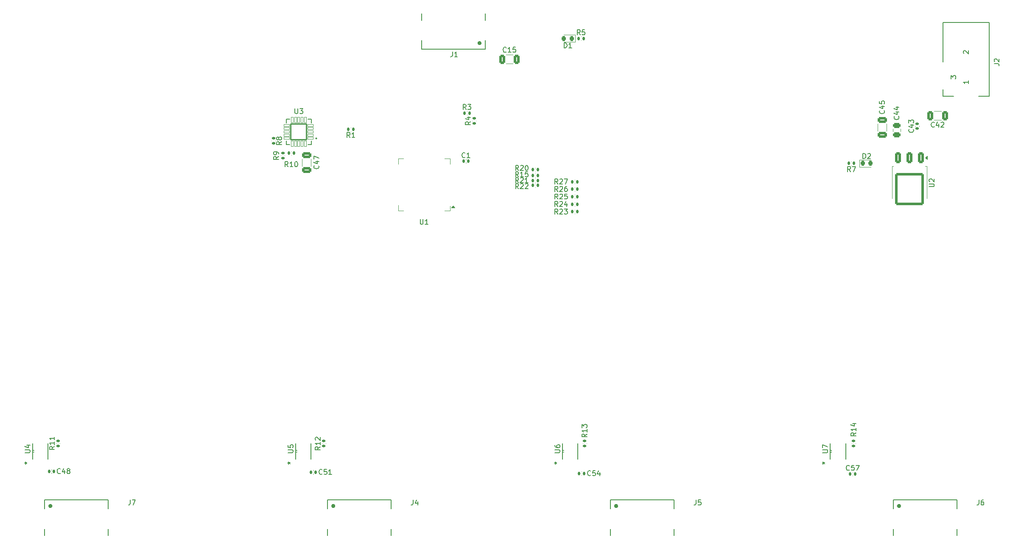
<source format=gbr>
%TF.GenerationSoftware,KiCad,Pcbnew,9.0.1*%
%TF.CreationDate,2025-04-09T09:38:02-07:00*%
%TF.ProjectId,DeskHub,4465736b-4875-4622-9e6b-696361645f70,rev?*%
%TF.SameCoordinates,Original*%
%TF.FileFunction,Legend,Top*%
%TF.FilePolarity,Positive*%
%FSLAX46Y46*%
G04 Gerber Fmt 4.6, Leading zero omitted, Abs format (unit mm)*
G04 Created by KiCad (PCBNEW 9.0.1) date 2025-04-09 09:38:02*
%MOMM*%
%LPD*%
G01*
G04 APERTURE LIST*
G04 Aperture macros list*
%AMRoundRect*
0 Rectangle with rounded corners*
0 $1 Rounding radius*
0 $2 $3 $4 $5 $6 $7 $8 $9 X,Y pos of 4 corners*
0 Add a 4 corners polygon primitive as box body*
4,1,4,$2,$3,$4,$5,$6,$7,$8,$9,$2,$3,0*
0 Add four circle primitives for the rounded corners*
1,1,$1+$1,$2,$3*
1,1,$1+$1,$4,$5*
1,1,$1+$1,$6,$7*
1,1,$1+$1,$8,$9*
0 Add four rect primitives between the rounded corners*
20,1,$1+$1,$2,$3,$4,$5,0*
20,1,$1+$1,$4,$5,$6,$7,0*
20,1,$1+$1,$6,$7,$8,$9,0*
20,1,$1+$1,$8,$9,$2,$3,0*%
G04 Aperture macros list end*
%ADD10C,0.150000*%
%ADD11C,0.120000*%
%ADD12C,0.200000*%
%ADD13C,0.152400*%
%ADD14C,0.400000*%
%ADD15C,0.127000*%
%ADD16RoundRect,0.250000X-0.350000X0.850000X-0.350000X-0.850000X0.350000X-0.850000X0.350000X0.850000X0*%
%ADD17RoundRect,0.249997X-2.650003X2.950003X-2.650003X-2.950003X2.650003X-2.950003X2.650003X2.950003X0*%
%ADD18RoundRect,0.135000X0.185000X-0.135000X0.185000X0.135000X-0.185000X0.135000X-0.185000X-0.135000X0*%
%ADD19RoundRect,0.140000X-0.140000X-0.170000X0.140000X-0.170000X0.140000X0.170000X-0.140000X0.170000X0*%
%ADD20RoundRect,0.135000X-0.135000X-0.185000X0.135000X-0.185000X0.135000X0.185000X-0.135000X0.185000X0*%
%ADD21O,4.904000X2.204000*%
%ADD22O,2.204000X4.904000*%
%ADD23RoundRect,0.135000X0.135000X0.185000X-0.135000X0.185000X-0.135000X-0.185000X0.135000X-0.185000X0*%
%ADD24R,0.431800X1.574800*%
%ADD25R,1.890000X1.570000*%
%ADD26RoundRect,0.250000X-0.650000X0.325000X-0.650000X-0.325000X0.650000X-0.325000X0.650000X0.325000X0*%
%ADD27RoundRect,0.140000X0.170000X-0.140000X0.170000X0.140000X-0.170000X0.140000X-0.170000X-0.140000X0*%
%ADD28C,1.632000*%
%ADD29C,3.520000*%
%ADD30RoundRect,0.218750X-0.218750X-0.256250X0.218750X-0.256250X0.218750X0.256250X-0.218750X0.256250X0*%
%ADD31RoundRect,0.135000X-0.185000X0.135000X-0.185000X-0.135000X0.185000X-0.135000X0.185000X0.135000X0*%
%ADD32RoundRect,0.250000X-0.325000X-0.650000X0.325000X-0.650000X0.325000X0.650000X-0.325000X0.650000X0*%
%ADD33RoundRect,0.250000X0.650000X-0.325000X0.650000X0.325000X-0.650000X0.325000X-0.650000X-0.325000X0*%
%ADD34R,4.400000X4.400000*%
%ADD35R,1.500000X0.300000*%
%ADD36R,0.300000X1.500000*%
%ADD37RoundRect,0.068000X0.559000X0.204000X-0.559000X0.204000X-0.559000X-0.204000X0.559000X-0.204000X0*%
%ADD38RoundRect,0.068000X0.204000X0.559000X-0.204000X0.559000X-0.204000X-0.559000X0.204000X-0.559000X0*%
%ADD39RoundRect,0.102000X1.575000X1.575000X-1.575000X1.575000X-1.575000X-1.575000X1.575000X-1.575000X0*%
%ADD40RoundRect,0.218750X0.218750X0.256250X-0.218750X0.256250X-0.218750X-0.256250X0.218750X-0.256250X0*%
%ADD41RoundRect,0.250000X0.475000X-0.250000X0.475000X0.250000X-0.475000X0.250000X-0.475000X-0.250000X0*%
%ADD42RoundRect,0.250000X0.325000X0.650000X-0.325000X0.650000X-0.325000X-0.650000X0.325000X-0.650000X0*%
G04 APERTURE END LIST*
D10*
X244124819Y-94001904D02*
X244934342Y-94001904D01*
X244934342Y-94001904D02*
X245029580Y-93954285D01*
X245029580Y-93954285D02*
X245077200Y-93906666D01*
X245077200Y-93906666D02*
X245124819Y-93811428D01*
X245124819Y-93811428D02*
X245124819Y-93620952D01*
X245124819Y-93620952D02*
X245077200Y-93525714D01*
X245077200Y-93525714D02*
X245029580Y-93478095D01*
X245029580Y-93478095D02*
X244934342Y-93430476D01*
X244934342Y-93430476D02*
X244124819Y-93430476D01*
X244220057Y-93001904D02*
X244172438Y-92954285D01*
X244172438Y-92954285D02*
X244124819Y-92859047D01*
X244124819Y-92859047D02*
X244124819Y-92620952D01*
X244124819Y-92620952D02*
X244172438Y-92525714D01*
X244172438Y-92525714D02*
X244220057Y-92478095D01*
X244220057Y-92478095D02*
X244315295Y-92430476D01*
X244315295Y-92430476D02*
X244410533Y-92430476D01*
X244410533Y-92430476D02*
X244553390Y-92478095D01*
X244553390Y-92478095D02*
X245124819Y-93049523D01*
X245124819Y-93049523D02*
X245124819Y-92430476D01*
X69534819Y-145882857D02*
X69058628Y-146216190D01*
X69534819Y-146454285D02*
X68534819Y-146454285D01*
X68534819Y-146454285D02*
X68534819Y-146073333D01*
X68534819Y-146073333D02*
X68582438Y-145978095D01*
X68582438Y-145978095D02*
X68630057Y-145930476D01*
X68630057Y-145930476D02*
X68725295Y-145882857D01*
X68725295Y-145882857D02*
X68868152Y-145882857D01*
X68868152Y-145882857D02*
X68963390Y-145930476D01*
X68963390Y-145930476D02*
X69011009Y-145978095D01*
X69011009Y-145978095D02*
X69058628Y-146073333D01*
X69058628Y-146073333D02*
X69058628Y-146454285D01*
X69534819Y-144930476D02*
X69534819Y-145501904D01*
X69534819Y-145216190D02*
X68534819Y-145216190D01*
X68534819Y-145216190D02*
X68677676Y-145311428D01*
X68677676Y-145311428D02*
X68772914Y-145406666D01*
X68772914Y-145406666D02*
X68820533Y-145501904D01*
X69534819Y-143978095D02*
X69534819Y-144549523D01*
X69534819Y-144263809D02*
X68534819Y-144263809D01*
X68534819Y-144263809D02*
X68677676Y-144359047D01*
X68677676Y-144359047D02*
X68772914Y-144454285D01*
X68772914Y-144454285D02*
X68820533Y-144549523D01*
X151483333Y-88099580D02*
X151435714Y-88147200D01*
X151435714Y-88147200D02*
X151292857Y-88194819D01*
X151292857Y-88194819D02*
X151197619Y-88194819D01*
X151197619Y-88194819D02*
X151054762Y-88147200D01*
X151054762Y-88147200D02*
X150959524Y-88051961D01*
X150959524Y-88051961D02*
X150911905Y-87956723D01*
X150911905Y-87956723D02*
X150864286Y-87766247D01*
X150864286Y-87766247D02*
X150864286Y-87623390D01*
X150864286Y-87623390D02*
X150911905Y-87432914D01*
X150911905Y-87432914D02*
X150959524Y-87337676D01*
X150959524Y-87337676D02*
X151054762Y-87242438D01*
X151054762Y-87242438D02*
X151197619Y-87194819D01*
X151197619Y-87194819D02*
X151292857Y-87194819D01*
X151292857Y-87194819D02*
X151435714Y-87242438D01*
X151435714Y-87242438D02*
X151483333Y-87290057D01*
X152435714Y-88194819D02*
X151864286Y-88194819D01*
X152150000Y-88194819D02*
X152150000Y-87194819D01*
X152150000Y-87194819D02*
X152054762Y-87337676D01*
X152054762Y-87337676D02*
X151959524Y-87432914D01*
X151959524Y-87432914D02*
X151864286Y-87480533D01*
X151683333Y-78584819D02*
X151350000Y-78108628D01*
X151111905Y-78584819D02*
X151111905Y-77584819D01*
X151111905Y-77584819D02*
X151492857Y-77584819D01*
X151492857Y-77584819D02*
X151588095Y-77632438D01*
X151588095Y-77632438D02*
X151635714Y-77680057D01*
X151635714Y-77680057D02*
X151683333Y-77775295D01*
X151683333Y-77775295D02*
X151683333Y-77918152D01*
X151683333Y-77918152D02*
X151635714Y-78013390D01*
X151635714Y-78013390D02*
X151588095Y-78061009D01*
X151588095Y-78061009D02*
X151492857Y-78108628D01*
X151492857Y-78108628D02*
X151111905Y-78108628D01*
X152016667Y-77584819D02*
X152635714Y-77584819D01*
X152635714Y-77584819D02*
X152302381Y-77965771D01*
X152302381Y-77965771D02*
X152445238Y-77965771D01*
X152445238Y-77965771D02*
X152540476Y-78013390D01*
X152540476Y-78013390D02*
X152588095Y-78061009D01*
X152588095Y-78061009D02*
X152635714Y-78156247D01*
X152635714Y-78156247D02*
X152635714Y-78394342D01*
X152635714Y-78394342D02*
X152588095Y-78489580D01*
X152588095Y-78489580D02*
X152540476Y-78537200D01*
X152540476Y-78537200D02*
X152445238Y-78584819D01*
X152445238Y-78584819D02*
X152159524Y-78584819D01*
X152159524Y-78584819D02*
X152064286Y-78537200D01*
X152064286Y-78537200D02*
X152016667Y-78489580D01*
X257082319Y-69448333D02*
X257796604Y-69448333D01*
X257796604Y-69448333D02*
X257939461Y-69495952D01*
X257939461Y-69495952D02*
X258034700Y-69591190D01*
X258034700Y-69591190D02*
X258082319Y-69734047D01*
X258082319Y-69734047D02*
X258082319Y-69829285D01*
X257177557Y-69019761D02*
X257129938Y-68972142D01*
X257129938Y-68972142D02*
X257082319Y-68876904D01*
X257082319Y-68876904D02*
X257082319Y-68638809D01*
X257082319Y-68638809D02*
X257129938Y-68543571D01*
X257129938Y-68543571D02*
X257177557Y-68495952D01*
X257177557Y-68495952D02*
X257272795Y-68448333D01*
X257272795Y-68448333D02*
X257368033Y-68448333D01*
X257368033Y-68448333D02*
X257510890Y-68495952D01*
X257510890Y-68495952D02*
X258082319Y-69067380D01*
X258082319Y-69067380D02*
X258082319Y-68448333D01*
X251947319Y-72829285D02*
X251947319Y-73400713D01*
X251947319Y-73114999D02*
X250947319Y-73114999D01*
X250947319Y-73114999D02*
X251090176Y-73210237D01*
X251090176Y-73210237D02*
X251185414Y-73305475D01*
X251185414Y-73305475D02*
X251233033Y-73400713D01*
X251042557Y-67400713D02*
X250994938Y-67353094D01*
X250994938Y-67353094D02*
X250947319Y-67257856D01*
X250947319Y-67257856D02*
X250947319Y-67019761D01*
X250947319Y-67019761D02*
X250994938Y-66924523D01*
X250994938Y-66924523D02*
X251042557Y-66876904D01*
X251042557Y-66876904D02*
X251137795Y-66829285D01*
X251137795Y-66829285D02*
X251233033Y-66829285D01*
X251233033Y-66829285D02*
X251375890Y-66876904D01*
X251375890Y-66876904D02*
X251947319Y-67448332D01*
X251947319Y-67448332D02*
X251947319Y-66829285D01*
X248447319Y-72448332D02*
X248447319Y-71829285D01*
X248447319Y-71829285D02*
X248828271Y-72162618D01*
X248828271Y-72162618D02*
X248828271Y-72019761D01*
X248828271Y-72019761D02*
X248875890Y-71924523D01*
X248875890Y-71924523D02*
X248923509Y-71876904D01*
X248923509Y-71876904D02*
X249018747Y-71829285D01*
X249018747Y-71829285D02*
X249256842Y-71829285D01*
X249256842Y-71829285D02*
X249352080Y-71876904D01*
X249352080Y-71876904D02*
X249399700Y-71924523D01*
X249399700Y-71924523D02*
X249447319Y-72019761D01*
X249447319Y-72019761D02*
X249447319Y-72305475D01*
X249447319Y-72305475D02*
X249399700Y-72400713D01*
X249399700Y-72400713D02*
X249352080Y-72448332D01*
X170007142Y-99454819D02*
X169673809Y-98978628D01*
X169435714Y-99454819D02*
X169435714Y-98454819D01*
X169435714Y-98454819D02*
X169816666Y-98454819D01*
X169816666Y-98454819D02*
X169911904Y-98502438D01*
X169911904Y-98502438D02*
X169959523Y-98550057D01*
X169959523Y-98550057D02*
X170007142Y-98645295D01*
X170007142Y-98645295D02*
X170007142Y-98788152D01*
X170007142Y-98788152D02*
X169959523Y-98883390D01*
X169959523Y-98883390D02*
X169911904Y-98931009D01*
X169911904Y-98931009D02*
X169816666Y-98978628D01*
X169816666Y-98978628D02*
X169435714Y-98978628D01*
X170388095Y-98550057D02*
X170435714Y-98502438D01*
X170435714Y-98502438D02*
X170530952Y-98454819D01*
X170530952Y-98454819D02*
X170769047Y-98454819D01*
X170769047Y-98454819D02*
X170864285Y-98502438D01*
X170864285Y-98502438D02*
X170911904Y-98550057D01*
X170911904Y-98550057D02*
X170959523Y-98645295D01*
X170959523Y-98645295D02*
X170959523Y-98740533D01*
X170959523Y-98740533D02*
X170911904Y-98883390D01*
X170911904Y-98883390D02*
X170340476Y-99454819D01*
X170340476Y-99454819D02*
X170959523Y-99454819D01*
X171292857Y-98454819D02*
X171911904Y-98454819D01*
X171911904Y-98454819D02*
X171578571Y-98835771D01*
X171578571Y-98835771D02*
X171721428Y-98835771D01*
X171721428Y-98835771D02*
X171816666Y-98883390D01*
X171816666Y-98883390D02*
X171864285Y-98931009D01*
X171864285Y-98931009D02*
X171911904Y-99026247D01*
X171911904Y-99026247D02*
X171911904Y-99264342D01*
X171911904Y-99264342D02*
X171864285Y-99359580D01*
X171864285Y-99359580D02*
X171816666Y-99407200D01*
X171816666Y-99407200D02*
X171721428Y-99454819D01*
X171721428Y-99454819D02*
X171435714Y-99454819D01*
X171435714Y-99454819D02*
X171340476Y-99407200D01*
X171340476Y-99407200D02*
X171292857Y-99359580D01*
X128533333Y-84174819D02*
X128200000Y-83698628D01*
X127961905Y-84174819D02*
X127961905Y-83174819D01*
X127961905Y-83174819D02*
X128342857Y-83174819D01*
X128342857Y-83174819D02*
X128438095Y-83222438D01*
X128438095Y-83222438D02*
X128485714Y-83270057D01*
X128485714Y-83270057D02*
X128533333Y-83365295D01*
X128533333Y-83365295D02*
X128533333Y-83508152D01*
X128533333Y-83508152D02*
X128485714Y-83603390D01*
X128485714Y-83603390D02*
X128438095Y-83651009D01*
X128438095Y-83651009D02*
X128342857Y-83698628D01*
X128342857Y-83698628D02*
X127961905Y-83698628D01*
X129485714Y-84174819D02*
X128914286Y-84174819D01*
X129200000Y-84174819D02*
X129200000Y-83174819D01*
X129200000Y-83174819D02*
X129104762Y-83317676D01*
X129104762Y-83317676D02*
X129009524Y-83412914D01*
X129009524Y-83412914D02*
X128914286Y-83460533D01*
X222854819Y-147111904D02*
X223664342Y-147111904D01*
X223664342Y-147111904D02*
X223759580Y-147064285D01*
X223759580Y-147064285D02*
X223807200Y-147016666D01*
X223807200Y-147016666D02*
X223854819Y-146921428D01*
X223854819Y-146921428D02*
X223854819Y-146730952D01*
X223854819Y-146730952D02*
X223807200Y-146635714D01*
X223807200Y-146635714D02*
X223759580Y-146588095D01*
X223759580Y-146588095D02*
X223664342Y-146540476D01*
X223664342Y-146540476D02*
X222854819Y-146540476D01*
X222854819Y-146159523D02*
X222854819Y-145492857D01*
X222854819Y-145492857D02*
X223854819Y-145921428D01*
X222805019Y-149199499D02*
X223043114Y-149199499D01*
X222947876Y-149437594D02*
X223043114Y-149199499D01*
X223043114Y-149199499D02*
X222947876Y-148961404D01*
X223233590Y-149342356D02*
X223043114Y-149199499D01*
X223043114Y-149199499D02*
X223233590Y-149056642D01*
X170007142Y-93454819D02*
X169673809Y-92978628D01*
X169435714Y-93454819D02*
X169435714Y-92454819D01*
X169435714Y-92454819D02*
X169816666Y-92454819D01*
X169816666Y-92454819D02*
X169911904Y-92502438D01*
X169911904Y-92502438D02*
X169959523Y-92550057D01*
X169959523Y-92550057D02*
X170007142Y-92645295D01*
X170007142Y-92645295D02*
X170007142Y-92788152D01*
X170007142Y-92788152D02*
X169959523Y-92883390D01*
X169959523Y-92883390D02*
X169911904Y-92931009D01*
X169911904Y-92931009D02*
X169816666Y-92978628D01*
X169816666Y-92978628D02*
X169435714Y-92978628D01*
X170388095Y-92550057D02*
X170435714Y-92502438D01*
X170435714Y-92502438D02*
X170530952Y-92454819D01*
X170530952Y-92454819D02*
X170769047Y-92454819D01*
X170769047Y-92454819D02*
X170864285Y-92502438D01*
X170864285Y-92502438D02*
X170911904Y-92550057D01*
X170911904Y-92550057D02*
X170959523Y-92645295D01*
X170959523Y-92645295D02*
X170959523Y-92740533D01*
X170959523Y-92740533D02*
X170911904Y-92883390D01*
X170911904Y-92883390D02*
X170340476Y-93454819D01*
X170340476Y-93454819D02*
X170959523Y-93454819D01*
X171292857Y-92454819D02*
X171959523Y-92454819D01*
X171959523Y-92454819D02*
X171530952Y-93454819D01*
X176557142Y-151609580D02*
X176509523Y-151657200D01*
X176509523Y-151657200D02*
X176366666Y-151704819D01*
X176366666Y-151704819D02*
X176271428Y-151704819D01*
X176271428Y-151704819D02*
X176128571Y-151657200D01*
X176128571Y-151657200D02*
X176033333Y-151561961D01*
X176033333Y-151561961D02*
X175985714Y-151466723D01*
X175985714Y-151466723D02*
X175938095Y-151276247D01*
X175938095Y-151276247D02*
X175938095Y-151133390D01*
X175938095Y-151133390D02*
X175985714Y-150942914D01*
X175985714Y-150942914D02*
X176033333Y-150847676D01*
X176033333Y-150847676D02*
X176128571Y-150752438D01*
X176128571Y-150752438D02*
X176271428Y-150704819D01*
X176271428Y-150704819D02*
X176366666Y-150704819D01*
X176366666Y-150704819D02*
X176509523Y-150752438D01*
X176509523Y-150752438D02*
X176557142Y-150800057D01*
X177461904Y-150704819D02*
X176985714Y-150704819D01*
X176985714Y-150704819D02*
X176938095Y-151181009D01*
X176938095Y-151181009D02*
X176985714Y-151133390D01*
X176985714Y-151133390D02*
X177080952Y-151085771D01*
X177080952Y-151085771D02*
X177319047Y-151085771D01*
X177319047Y-151085771D02*
X177414285Y-151133390D01*
X177414285Y-151133390D02*
X177461904Y-151181009D01*
X177461904Y-151181009D02*
X177509523Y-151276247D01*
X177509523Y-151276247D02*
X177509523Y-151514342D01*
X177509523Y-151514342D02*
X177461904Y-151609580D01*
X177461904Y-151609580D02*
X177414285Y-151657200D01*
X177414285Y-151657200D02*
X177319047Y-151704819D01*
X177319047Y-151704819D02*
X177080952Y-151704819D01*
X177080952Y-151704819D02*
X176985714Y-151657200D01*
X176985714Y-151657200D02*
X176938095Y-151609580D01*
X178366666Y-151038152D02*
X178366666Y-151704819D01*
X178128571Y-150657200D02*
X177890476Y-151371485D01*
X177890476Y-151371485D02*
X178509523Y-151371485D01*
X122209580Y-89792857D02*
X122257200Y-89840476D01*
X122257200Y-89840476D02*
X122304819Y-89983333D01*
X122304819Y-89983333D02*
X122304819Y-90078571D01*
X122304819Y-90078571D02*
X122257200Y-90221428D01*
X122257200Y-90221428D02*
X122161961Y-90316666D01*
X122161961Y-90316666D02*
X122066723Y-90364285D01*
X122066723Y-90364285D02*
X121876247Y-90411904D01*
X121876247Y-90411904D02*
X121733390Y-90411904D01*
X121733390Y-90411904D02*
X121542914Y-90364285D01*
X121542914Y-90364285D02*
X121447676Y-90316666D01*
X121447676Y-90316666D02*
X121352438Y-90221428D01*
X121352438Y-90221428D02*
X121304819Y-90078571D01*
X121304819Y-90078571D02*
X121304819Y-89983333D01*
X121304819Y-89983333D02*
X121352438Y-89840476D01*
X121352438Y-89840476D02*
X121400057Y-89792857D01*
X121638152Y-88935714D02*
X122304819Y-88935714D01*
X121257200Y-89173809D02*
X121971485Y-89411904D01*
X121971485Y-89411904D02*
X121971485Y-88792857D01*
X121304819Y-88507142D02*
X121304819Y-87840476D01*
X121304819Y-87840476D02*
X122304819Y-88269047D01*
X240942080Y-82542857D02*
X240989700Y-82590476D01*
X240989700Y-82590476D02*
X241037319Y-82733333D01*
X241037319Y-82733333D02*
X241037319Y-82828571D01*
X241037319Y-82828571D02*
X240989700Y-82971428D01*
X240989700Y-82971428D02*
X240894461Y-83066666D01*
X240894461Y-83066666D02*
X240799223Y-83114285D01*
X240799223Y-83114285D02*
X240608747Y-83161904D01*
X240608747Y-83161904D02*
X240465890Y-83161904D01*
X240465890Y-83161904D02*
X240275414Y-83114285D01*
X240275414Y-83114285D02*
X240180176Y-83066666D01*
X240180176Y-83066666D02*
X240084938Y-82971428D01*
X240084938Y-82971428D02*
X240037319Y-82828571D01*
X240037319Y-82828571D02*
X240037319Y-82733333D01*
X240037319Y-82733333D02*
X240084938Y-82590476D01*
X240084938Y-82590476D02*
X240132557Y-82542857D01*
X240370652Y-81685714D02*
X241037319Y-81685714D01*
X239989700Y-81923809D02*
X240703985Y-82161904D01*
X240703985Y-82161904D02*
X240703985Y-81542857D01*
X240037319Y-81257142D02*
X240037319Y-80638095D01*
X240037319Y-80638095D02*
X240418271Y-80971428D01*
X240418271Y-80971428D02*
X240418271Y-80828571D01*
X240418271Y-80828571D02*
X240465890Y-80733333D01*
X240465890Y-80733333D02*
X240513509Y-80685714D01*
X240513509Y-80685714D02*
X240608747Y-80638095D01*
X240608747Y-80638095D02*
X240846842Y-80638095D01*
X240846842Y-80638095D02*
X240942080Y-80685714D01*
X240942080Y-80685714D02*
X240989700Y-80733333D01*
X240989700Y-80733333D02*
X241037319Y-80828571D01*
X241037319Y-80828571D02*
X241037319Y-81114285D01*
X241037319Y-81114285D02*
X240989700Y-81209523D01*
X240989700Y-81209523D02*
X240942080Y-81257142D01*
X254039666Y-156568919D02*
X254039666Y-157283204D01*
X254039666Y-157283204D02*
X253992047Y-157426061D01*
X253992047Y-157426061D02*
X253896809Y-157521300D01*
X253896809Y-157521300D02*
X253753952Y-157568919D01*
X253753952Y-157568919D02*
X253658714Y-157568919D01*
X254944428Y-156568919D02*
X254753952Y-156568919D01*
X254753952Y-156568919D02*
X254658714Y-156616538D01*
X254658714Y-156616538D02*
X254611095Y-156664157D01*
X254611095Y-156664157D02*
X254515857Y-156807014D01*
X254515857Y-156807014D02*
X254468238Y-156997490D01*
X254468238Y-156997490D02*
X254468238Y-157378442D01*
X254468238Y-157378442D02*
X254515857Y-157473680D01*
X254515857Y-157473680D02*
X254563476Y-157521300D01*
X254563476Y-157521300D02*
X254658714Y-157568919D01*
X254658714Y-157568919D02*
X254849190Y-157568919D01*
X254849190Y-157568919D02*
X254944428Y-157521300D01*
X254944428Y-157521300D02*
X254992047Y-157473680D01*
X254992047Y-157473680D02*
X255039666Y-157378442D01*
X255039666Y-157378442D02*
X255039666Y-157140347D01*
X255039666Y-157140347D02*
X254992047Y-157045109D01*
X254992047Y-157045109D02*
X254944428Y-156997490D01*
X254944428Y-156997490D02*
X254849190Y-156949871D01*
X254849190Y-156949871D02*
X254658714Y-156949871D01*
X254658714Y-156949871D02*
X254563476Y-156997490D01*
X254563476Y-156997490D02*
X254515857Y-157045109D01*
X254515857Y-157045109D02*
X254468238Y-157140347D01*
X70707142Y-151209580D02*
X70659523Y-151257200D01*
X70659523Y-151257200D02*
X70516666Y-151304819D01*
X70516666Y-151304819D02*
X70421428Y-151304819D01*
X70421428Y-151304819D02*
X70278571Y-151257200D01*
X70278571Y-151257200D02*
X70183333Y-151161961D01*
X70183333Y-151161961D02*
X70135714Y-151066723D01*
X70135714Y-151066723D02*
X70088095Y-150876247D01*
X70088095Y-150876247D02*
X70088095Y-150733390D01*
X70088095Y-150733390D02*
X70135714Y-150542914D01*
X70135714Y-150542914D02*
X70183333Y-150447676D01*
X70183333Y-150447676D02*
X70278571Y-150352438D01*
X70278571Y-150352438D02*
X70421428Y-150304819D01*
X70421428Y-150304819D02*
X70516666Y-150304819D01*
X70516666Y-150304819D02*
X70659523Y-150352438D01*
X70659523Y-150352438D02*
X70707142Y-150400057D01*
X71564285Y-150638152D02*
X71564285Y-151304819D01*
X71326190Y-150257200D02*
X71088095Y-150971485D01*
X71088095Y-150971485D02*
X71707142Y-150971485D01*
X72230952Y-150733390D02*
X72135714Y-150685771D01*
X72135714Y-150685771D02*
X72088095Y-150638152D01*
X72088095Y-150638152D02*
X72040476Y-150542914D01*
X72040476Y-150542914D02*
X72040476Y-150495295D01*
X72040476Y-150495295D02*
X72088095Y-150400057D01*
X72088095Y-150400057D02*
X72135714Y-150352438D01*
X72135714Y-150352438D02*
X72230952Y-150304819D01*
X72230952Y-150304819D02*
X72421428Y-150304819D01*
X72421428Y-150304819D02*
X72516666Y-150352438D01*
X72516666Y-150352438D02*
X72564285Y-150400057D01*
X72564285Y-150400057D02*
X72611904Y-150495295D01*
X72611904Y-150495295D02*
X72611904Y-150542914D01*
X72611904Y-150542914D02*
X72564285Y-150638152D01*
X72564285Y-150638152D02*
X72516666Y-150685771D01*
X72516666Y-150685771D02*
X72421428Y-150733390D01*
X72421428Y-150733390D02*
X72230952Y-150733390D01*
X72230952Y-150733390D02*
X72135714Y-150781009D01*
X72135714Y-150781009D02*
X72088095Y-150828628D01*
X72088095Y-150828628D02*
X72040476Y-150923866D01*
X72040476Y-150923866D02*
X72040476Y-151114342D01*
X72040476Y-151114342D02*
X72088095Y-151209580D01*
X72088095Y-151209580D02*
X72135714Y-151257200D01*
X72135714Y-151257200D02*
X72230952Y-151304819D01*
X72230952Y-151304819D02*
X72421428Y-151304819D01*
X72421428Y-151304819D02*
X72516666Y-151257200D01*
X72516666Y-151257200D02*
X72564285Y-151209580D01*
X72564285Y-151209580D02*
X72611904Y-151114342D01*
X72611904Y-151114342D02*
X72611904Y-150923866D01*
X72611904Y-150923866D02*
X72564285Y-150828628D01*
X72564285Y-150828628D02*
X72516666Y-150781009D01*
X72516666Y-150781009D02*
X72421428Y-150733390D01*
X230904405Y-88374819D02*
X230904405Y-87374819D01*
X230904405Y-87374819D02*
X231142500Y-87374819D01*
X231142500Y-87374819D02*
X231285357Y-87422438D01*
X231285357Y-87422438D02*
X231380595Y-87517676D01*
X231380595Y-87517676D02*
X231428214Y-87612914D01*
X231428214Y-87612914D02*
X231475833Y-87803390D01*
X231475833Y-87803390D02*
X231475833Y-87946247D01*
X231475833Y-87946247D02*
X231428214Y-88136723D01*
X231428214Y-88136723D02*
X231380595Y-88231961D01*
X231380595Y-88231961D02*
X231285357Y-88327200D01*
X231285357Y-88327200D02*
X231142500Y-88374819D01*
X231142500Y-88374819D02*
X230904405Y-88374819D01*
X231856786Y-87470057D02*
X231904405Y-87422438D01*
X231904405Y-87422438D02*
X231999643Y-87374819D01*
X231999643Y-87374819D02*
X232237738Y-87374819D01*
X232237738Y-87374819D02*
X232332976Y-87422438D01*
X232332976Y-87422438D02*
X232380595Y-87470057D01*
X232380595Y-87470057D02*
X232428214Y-87565295D01*
X232428214Y-87565295D02*
X232428214Y-87660533D01*
X232428214Y-87660533D02*
X232380595Y-87803390D01*
X232380595Y-87803390D02*
X231809167Y-88374819D01*
X231809167Y-88374819D02*
X232428214Y-88374819D01*
X162157142Y-90754819D02*
X161823809Y-90278628D01*
X161585714Y-90754819D02*
X161585714Y-89754819D01*
X161585714Y-89754819D02*
X161966666Y-89754819D01*
X161966666Y-89754819D02*
X162061904Y-89802438D01*
X162061904Y-89802438D02*
X162109523Y-89850057D01*
X162109523Y-89850057D02*
X162157142Y-89945295D01*
X162157142Y-89945295D02*
X162157142Y-90088152D01*
X162157142Y-90088152D02*
X162109523Y-90183390D01*
X162109523Y-90183390D02*
X162061904Y-90231009D01*
X162061904Y-90231009D02*
X161966666Y-90278628D01*
X161966666Y-90278628D02*
X161585714Y-90278628D01*
X162538095Y-89850057D02*
X162585714Y-89802438D01*
X162585714Y-89802438D02*
X162680952Y-89754819D01*
X162680952Y-89754819D02*
X162919047Y-89754819D01*
X162919047Y-89754819D02*
X163014285Y-89802438D01*
X163014285Y-89802438D02*
X163061904Y-89850057D01*
X163061904Y-89850057D02*
X163109523Y-89945295D01*
X163109523Y-89945295D02*
X163109523Y-90040533D01*
X163109523Y-90040533D02*
X163061904Y-90183390D01*
X163061904Y-90183390D02*
X162490476Y-90754819D01*
X162490476Y-90754819D02*
X163109523Y-90754819D01*
X163728571Y-89754819D02*
X163823809Y-89754819D01*
X163823809Y-89754819D02*
X163919047Y-89802438D01*
X163919047Y-89802438D02*
X163966666Y-89850057D01*
X163966666Y-89850057D02*
X164014285Y-89945295D01*
X164014285Y-89945295D02*
X164061904Y-90135771D01*
X164061904Y-90135771D02*
X164061904Y-90373866D01*
X164061904Y-90373866D02*
X164014285Y-90564342D01*
X164014285Y-90564342D02*
X163966666Y-90659580D01*
X163966666Y-90659580D02*
X163919047Y-90707200D01*
X163919047Y-90707200D02*
X163823809Y-90754819D01*
X163823809Y-90754819D02*
X163728571Y-90754819D01*
X163728571Y-90754819D02*
X163633333Y-90707200D01*
X163633333Y-90707200D02*
X163585714Y-90659580D01*
X163585714Y-90659580D02*
X163538095Y-90564342D01*
X163538095Y-90564342D02*
X163490476Y-90373866D01*
X163490476Y-90373866D02*
X163490476Y-90135771D01*
X163490476Y-90135771D02*
X163538095Y-89945295D01*
X163538095Y-89945295D02*
X163585714Y-89850057D01*
X163585714Y-89850057D02*
X163633333Y-89802438D01*
X163633333Y-89802438D02*
X163728571Y-89754819D01*
X114874819Y-85026666D02*
X114398628Y-85359999D01*
X114874819Y-85598094D02*
X113874819Y-85598094D01*
X113874819Y-85598094D02*
X113874819Y-85217142D01*
X113874819Y-85217142D02*
X113922438Y-85121904D01*
X113922438Y-85121904D02*
X113970057Y-85074285D01*
X113970057Y-85074285D02*
X114065295Y-85026666D01*
X114065295Y-85026666D02*
X114208152Y-85026666D01*
X114208152Y-85026666D02*
X114303390Y-85074285D01*
X114303390Y-85074285D02*
X114351009Y-85121904D01*
X114351009Y-85121904D02*
X114398628Y-85217142D01*
X114398628Y-85217142D02*
X114398628Y-85598094D01*
X114303390Y-84455237D02*
X114255771Y-84550475D01*
X114255771Y-84550475D02*
X114208152Y-84598094D01*
X114208152Y-84598094D02*
X114112914Y-84645713D01*
X114112914Y-84645713D02*
X114065295Y-84645713D01*
X114065295Y-84645713D02*
X113970057Y-84598094D01*
X113970057Y-84598094D02*
X113922438Y-84550475D01*
X113922438Y-84550475D02*
X113874819Y-84455237D01*
X113874819Y-84455237D02*
X113874819Y-84264761D01*
X113874819Y-84264761D02*
X113922438Y-84169523D01*
X113922438Y-84169523D02*
X113970057Y-84121904D01*
X113970057Y-84121904D02*
X114065295Y-84074285D01*
X114065295Y-84074285D02*
X114112914Y-84074285D01*
X114112914Y-84074285D02*
X114208152Y-84121904D01*
X114208152Y-84121904D02*
X114255771Y-84169523D01*
X114255771Y-84169523D02*
X114303390Y-84264761D01*
X114303390Y-84264761D02*
X114303390Y-84455237D01*
X114303390Y-84455237D02*
X114351009Y-84550475D01*
X114351009Y-84550475D02*
X114398628Y-84598094D01*
X114398628Y-84598094D02*
X114493866Y-84645713D01*
X114493866Y-84645713D02*
X114684342Y-84645713D01*
X114684342Y-84645713D02*
X114779580Y-84598094D01*
X114779580Y-84598094D02*
X114827200Y-84550475D01*
X114827200Y-84550475D02*
X114874819Y-84455237D01*
X114874819Y-84455237D02*
X114874819Y-84264761D01*
X114874819Y-84264761D02*
X114827200Y-84169523D01*
X114827200Y-84169523D02*
X114779580Y-84121904D01*
X114779580Y-84121904D02*
X114684342Y-84074285D01*
X114684342Y-84074285D02*
X114493866Y-84074285D01*
X114493866Y-84074285D02*
X114398628Y-84121904D01*
X114398628Y-84121904D02*
X114351009Y-84169523D01*
X114351009Y-84169523D02*
X114303390Y-84264761D01*
X197579666Y-156568919D02*
X197579666Y-157283204D01*
X197579666Y-157283204D02*
X197532047Y-157426061D01*
X197532047Y-157426061D02*
X197436809Y-157521300D01*
X197436809Y-157521300D02*
X197293952Y-157568919D01*
X197293952Y-157568919D02*
X197198714Y-157568919D01*
X198532047Y-156568919D02*
X198055857Y-156568919D01*
X198055857Y-156568919D02*
X198008238Y-157045109D01*
X198008238Y-157045109D02*
X198055857Y-156997490D01*
X198055857Y-156997490D02*
X198151095Y-156949871D01*
X198151095Y-156949871D02*
X198389190Y-156949871D01*
X198389190Y-156949871D02*
X198484428Y-156997490D01*
X198484428Y-156997490D02*
X198532047Y-157045109D01*
X198532047Y-157045109D02*
X198579666Y-157140347D01*
X198579666Y-157140347D02*
X198579666Y-157378442D01*
X198579666Y-157378442D02*
X198532047Y-157473680D01*
X198532047Y-157473680D02*
X198484428Y-157521300D01*
X198484428Y-157521300D02*
X198389190Y-157568919D01*
X198389190Y-157568919D02*
X198151095Y-157568919D01*
X198151095Y-157568919D02*
X198055857Y-157521300D01*
X198055857Y-157521300D02*
X198008238Y-157473680D01*
X159707141Y-67052777D02*
X159659522Y-67100397D01*
X159659522Y-67100397D02*
X159516665Y-67148016D01*
X159516665Y-67148016D02*
X159421427Y-67148016D01*
X159421427Y-67148016D02*
X159278570Y-67100397D01*
X159278570Y-67100397D02*
X159183332Y-67005158D01*
X159183332Y-67005158D02*
X159135713Y-66909920D01*
X159135713Y-66909920D02*
X159088094Y-66719444D01*
X159088094Y-66719444D02*
X159088094Y-66576587D01*
X159088094Y-66576587D02*
X159135713Y-66386111D01*
X159135713Y-66386111D02*
X159183332Y-66290873D01*
X159183332Y-66290873D02*
X159278570Y-66195635D01*
X159278570Y-66195635D02*
X159421427Y-66148016D01*
X159421427Y-66148016D02*
X159516665Y-66148016D01*
X159516665Y-66148016D02*
X159659522Y-66195635D01*
X159659522Y-66195635D02*
X159707141Y-66243254D01*
X160659522Y-67148016D02*
X160088094Y-67148016D01*
X160373808Y-67148016D02*
X160373808Y-66148016D01*
X160373808Y-66148016D02*
X160278570Y-66290873D01*
X160278570Y-66290873D02*
X160183332Y-66386111D01*
X160183332Y-66386111D02*
X160088094Y-66433730D01*
X161564284Y-66148016D02*
X161088094Y-66148016D01*
X161088094Y-66148016D02*
X161040475Y-66624206D01*
X161040475Y-66624206D02*
X161088094Y-66576587D01*
X161088094Y-66576587D02*
X161183332Y-66528968D01*
X161183332Y-66528968D02*
X161421427Y-66528968D01*
X161421427Y-66528968D02*
X161516665Y-66576587D01*
X161516665Y-66576587D02*
X161564284Y-66624206D01*
X161564284Y-66624206D02*
X161611903Y-66719444D01*
X161611903Y-66719444D02*
X161611903Y-66957539D01*
X161611903Y-66957539D02*
X161564284Y-67052777D01*
X161564284Y-67052777D02*
X161516665Y-67100397D01*
X161516665Y-67100397D02*
X161421427Y-67148016D01*
X161421427Y-67148016D02*
X161183332Y-67148016D01*
X161183332Y-67148016D02*
X161088094Y-67100397D01*
X161088094Y-67100397D02*
X161040475Y-67052777D01*
X235109580Y-78792857D02*
X235157200Y-78840476D01*
X235157200Y-78840476D02*
X235204819Y-78983333D01*
X235204819Y-78983333D02*
X235204819Y-79078571D01*
X235204819Y-79078571D02*
X235157200Y-79221428D01*
X235157200Y-79221428D02*
X235061961Y-79316666D01*
X235061961Y-79316666D02*
X234966723Y-79364285D01*
X234966723Y-79364285D02*
X234776247Y-79411904D01*
X234776247Y-79411904D02*
X234633390Y-79411904D01*
X234633390Y-79411904D02*
X234442914Y-79364285D01*
X234442914Y-79364285D02*
X234347676Y-79316666D01*
X234347676Y-79316666D02*
X234252438Y-79221428D01*
X234252438Y-79221428D02*
X234204819Y-79078571D01*
X234204819Y-79078571D02*
X234204819Y-78983333D01*
X234204819Y-78983333D02*
X234252438Y-78840476D01*
X234252438Y-78840476D02*
X234300057Y-78792857D01*
X234538152Y-77935714D02*
X235204819Y-77935714D01*
X234157200Y-78173809D02*
X234871485Y-78411904D01*
X234871485Y-78411904D02*
X234871485Y-77792857D01*
X234204819Y-76935714D02*
X234204819Y-77411904D01*
X234204819Y-77411904D02*
X234681009Y-77459523D01*
X234681009Y-77459523D02*
X234633390Y-77411904D01*
X234633390Y-77411904D02*
X234585771Y-77316666D01*
X234585771Y-77316666D02*
X234585771Y-77078571D01*
X234585771Y-77078571D02*
X234633390Y-76983333D01*
X234633390Y-76983333D02*
X234681009Y-76935714D01*
X234681009Y-76935714D02*
X234776247Y-76888095D01*
X234776247Y-76888095D02*
X235014342Y-76888095D01*
X235014342Y-76888095D02*
X235109580Y-76935714D01*
X235109580Y-76935714D02*
X235157200Y-76983333D01*
X235157200Y-76983333D02*
X235204819Y-77078571D01*
X235204819Y-77078571D02*
X235204819Y-77316666D01*
X235204819Y-77316666D02*
X235157200Y-77411904D01*
X235157200Y-77411904D02*
X235109580Y-77459523D01*
X84659666Y-156568919D02*
X84659666Y-157283204D01*
X84659666Y-157283204D02*
X84612047Y-157426061D01*
X84612047Y-157426061D02*
X84516809Y-157521300D01*
X84516809Y-157521300D02*
X84373952Y-157568919D01*
X84373952Y-157568919D02*
X84278714Y-157568919D01*
X85040619Y-156568919D02*
X85707285Y-156568919D01*
X85707285Y-156568919D02*
X85278714Y-157568919D01*
X170007142Y-96454819D02*
X169673809Y-95978628D01*
X169435714Y-96454819D02*
X169435714Y-95454819D01*
X169435714Y-95454819D02*
X169816666Y-95454819D01*
X169816666Y-95454819D02*
X169911904Y-95502438D01*
X169911904Y-95502438D02*
X169959523Y-95550057D01*
X169959523Y-95550057D02*
X170007142Y-95645295D01*
X170007142Y-95645295D02*
X170007142Y-95788152D01*
X170007142Y-95788152D02*
X169959523Y-95883390D01*
X169959523Y-95883390D02*
X169911904Y-95931009D01*
X169911904Y-95931009D02*
X169816666Y-95978628D01*
X169816666Y-95978628D02*
X169435714Y-95978628D01*
X170388095Y-95550057D02*
X170435714Y-95502438D01*
X170435714Y-95502438D02*
X170530952Y-95454819D01*
X170530952Y-95454819D02*
X170769047Y-95454819D01*
X170769047Y-95454819D02*
X170864285Y-95502438D01*
X170864285Y-95502438D02*
X170911904Y-95550057D01*
X170911904Y-95550057D02*
X170959523Y-95645295D01*
X170959523Y-95645295D02*
X170959523Y-95740533D01*
X170959523Y-95740533D02*
X170911904Y-95883390D01*
X170911904Y-95883390D02*
X170340476Y-96454819D01*
X170340476Y-96454819D02*
X170959523Y-96454819D01*
X171864285Y-95454819D02*
X171388095Y-95454819D01*
X171388095Y-95454819D02*
X171340476Y-95931009D01*
X171340476Y-95931009D02*
X171388095Y-95883390D01*
X171388095Y-95883390D02*
X171483333Y-95835771D01*
X171483333Y-95835771D02*
X171721428Y-95835771D01*
X171721428Y-95835771D02*
X171816666Y-95883390D01*
X171816666Y-95883390D02*
X171864285Y-95931009D01*
X171864285Y-95931009D02*
X171911904Y-96026247D01*
X171911904Y-96026247D02*
X171911904Y-96264342D01*
X171911904Y-96264342D02*
X171864285Y-96359580D01*
X171864285Y-96359580D02*
X171816666Y-96407200D01*
X171816666Y-96407200D02*
X171721428Y-96454819D01*
X171721428Y-96454819D02*
X171483333Y-96454819D01*
X171483333Y-96454819D02*
X171388095Y-96407200D01*
X171388095Y-96407200D02*
X171340476Y-96359580D01*
X122957142Y-151359580D02*
X122909523Y-151407200D01*
X122909523Y-151407200D02*
X122766666Y-151454819D01*
X122766666Y-151454819D02*
X122671428Y-151454819D01*
X122671428Y-151454819D02*
X122528571Y-151407200D01*
X122528571Y-151407200D02*
X122433333Y-151311961D01*
X122433333Y-151311961D02*
X122385714Y-151216723D01*
X122385714Y-151216723D02*
X122338095Y-151026247D01*
X122338095Y-151026247D02*
X122338095Y-150883390D01*
X122338095Y-150883390D02*
X122385714Y-150692914D01*
X122385714Y-150692914D02*
X122433333Y-150597676D01*
X122433333Y-150597676D02*
X122528571Y-150502438D01*
X122528571Y-150502438D02*
X122671428Y-150454819D01*
X122671428Y-150454819D02*
X122766666Y-150454819D01*
X122766666Y-150454819D02*
X122909523Y-150502438D01*
X122909523Y-150502438D02*
X122957142Y-150550057D01*
X123861904Y-150454819D02*
X123385714Y-150454819D01*
X123385714Y-150454819D02*
X123338095Y-150931009D01*
X123338095Y-150931009D02*
X123385714Y-150883390D01*
X123385714Y-150883390D02*
X123480952Y-150835771D01*
X123480952Y-150835771D02*
X123719047Y-150835771D01*
X123719047Y-150835771D02*
X123814285Y-150883390D01*
X123814285Y-150883390D02*
X123861904Y-150931009D01*
X123861904Y-150931009D02*
X123909523Y-151026247D01*
X123909523Y-151026247D02*
X123909523Y-151264342D01*
X123909523Y-151264342D02*
X123861904Y-151359580D01*
X123861904Y-151359580D02*
X123814285Y-151407200D01*
X123814285Y-151407200D02*
X123719047Y-151454819D01*
X123719047Y-151454819D02*
X123480952Y-151454819D01*
X123480952Y-151454819D02*
X123385714Y-151407200D01*
X123385714Y-151407200D02*
X123338095Y-151359580D01*
X124861904Y-151454819D02*
X124290476Y-151454819D01*
X124576190Y-151454819D02*
X124576190Y-150454819D01*
X124576190Y-150454819D02*
X124480952Y-150597676D01*
X124480952Y-150597676D02*
X124385714Y-150692914D01*
X124385714Y-150692914D02*
X124290476Y-150740533D01*
X175804819Y-143392857D02*
X175328628Y-143726190D01*
X175804819Y-143964285D02*
X174804819Y-143964285D01*
X174804819Y-143964285D02*
X174804819Y-143583333D01*
X174804819Y-143583333D02*
X174852438Y-143488095D01*
X174852438Y-143488095D02*
X174900057Y-143440476D01*
X174900057Y-143440476D02*
X174995295Y-143392857D01*
X174995295Y-143392857D02*
X175138152Y-143392857D01*
X175138152Y-143392857D02*
X175233390Y-143440476D01*
X175233390Y-143440476D02*
X175281009Y-143488095D01*
X175281009Y-143488095D02*
X175328628Y-143583333D01*
X175328628Y-143583333D02*
X175328628Y-143964285D01*
X175804819Y-142440476D02*
X175804819Y-143011904D01*
X175804819Y-142726190D02*
X174804819Y-142726190D01*
X174804819Y-142726190D02*
X174947676Y-142821428D01*
X174947676Y-142821428D02*
X175042914Y-142916666D01*
X175042914Y-142916666D02*
X175090533Y-143011904D01*
X174804819Y-142107142D02*
X174804819Y-141488095D01*
X174804819Y-141488095D02*
X175185771Y-141821428D01*
X175185771Y-141821428D02*
X175185771Y-141678571D01*
X175185771Y-141678571D02*
X175233390Y-141583333D01*
X175233390Y-141583333D02*
X175281009Y-141535714D01*
X175281009Y-141535714D02*
X175376247Y-141488095D01*
X175376247Y-141488095D02*
X175614342Y-141488095D01*
X175614342Y-141488095D02*
X175709580Y-141535714D01*
X175709580Y-141535714D02*
X175757200Y-141583333D01*
X175757200Y-141583333D02*
X175804819Y-141678571D01*
X175804819Y-141678571D02*
X175804819Y-141964285D01*
X175804819Y-141964285D02*
X175757200Y-142059523D01*
X175757200Y-142059523D02*
X175709580Y-142107142D01*
X229504819Y-143142857D02*
X229028628Y-143476190D01*
X229504819Y-143714285D02*
X228504819Y-143714285D01*
X228504819Y-143714285D02*
X228504819Y-143333333D01*
X228504819Y-143333333D02*
X228552438Y-143238095D01*
X228552438Y-143238095D02*
X228600057Y-143190476D01*
X228600057Y-143190476D02*
X228695295Y-143142857D01*
X228695295Y-143142857D02*
X228838152Y-143142857D01*
X228838152Y-143142857D02*
X228933390Y-143190476D01*
X228933390Y-143190476D02*
X228981009Y-143238095D01*
X228981009Y-143238095D02*
X229028628Y-143333333D01*
X229028628Y-143333333D02*
X229028628Y-143714285D01*
X229504819Y-142190476D02*
X229504819Y-142761904D01*
X229504819Y-142476190D02*
X228504819Y-142476190D01*
X228504819Y-142476190D02*
X228647676Y-142571428D01*
X228647676Y-142571428D02*
X228742914Y-142666666D01*
X228742914Y-142666666D02*
X228790533Y-142761904D01*
X228838152Y-141333333D02*
X229504819Y-141333333D01*
X228457200Y-141571428D02*
X229171485Y-141809523D01*
X229171485Y-141809523D02*
X229171485Y-141190476D01*
X142538095Y-100504819D02*
X142538095Y-101314342D01*
X142538095Y-101314342D02*
X142585714Y-101409580D01*
X142585714Y-101409580D02*
X142633333Y-101457200D01*
X142633333Y-101457200D02*
X142728571Y-101504819D01*
X142728571Y-101504819D02*
X142919047Y-101504819D01*
X142919047Y-101504819D02*
X143014285Y-101457200D01*
X143014285Y-101457200D02*
X143061904Y-101409580D01*
X143061904Y-101409580D02*
X143109523Y-101314342D01*
X143109523Y-101314342D02*
X143109523Y-100504819D01*
X144109523Y-101504819D02*
X143538095Y-101504819D01*
X143823809Y-101504819D02*
X143823809Y-100504819D01*
X143823809Y-100504819D02*
X143728571Y-100647676D01*
X143728571Y-100647676D02*
X143633333Y-100742914D01*
X143633333Y-100742914D02*
X143538095Y-100790533D01*
X162157142Y-93204819D02*
X161823809Y-92728628D01*
X161585714Y-93204819D02*
X161585714Y-92204819D01*
X161585714Y-92204819D02*
X161966666Y-92204819D01*
X161966666Y-92204819D02*
X162061904Y-92252438D01*
X162061904Y-92252438D02*
X162109523Y-92300057D01*
X162109523Y-92300057D02*
X162157142Y-92395295D01*
X162157142Y-92395295D02*
X162157142Y-92538152D01*
X162157142Y-92538152D02*
X162109523Y-92633390D01*
X162109523Y-92633390D02*
X162061904Y-92681009D01*
X162061904Y-92681009D02*
X161966666Y-92728628D01*
X161966666Y-92728628D02*
X161585714Y-92728628D01*
X162538095Y-92300057D02*
X162585714Y-92252438D01*
X162585714Y-92252438D02*
X162680952Y-92204819D01*
X162680952Y-92204819D02*
X162919047Y-92204819D01*
X162919047Y-92204819D02*
X163014285Y-92252438D01*
X163014285Y-92252438D02*
X163061904Y-92300057D01*
X163061904Y-92300057D02*
X163109523Y-92395295D01*
X163109523Y-92395295D02*
X163109523Y-92490533D01*
X163109523Y-92490533D02*
X163061904Y-92633390D01*
X163061904Y-92633390D02*
X162490476Y-93204819D01*
X162490476Y-93204819D02*
X163109523Y-93204819D01*
X164061904Y-93204819D02*
X163490476Y-93204819D01*
X163776190Y-93204819D02*
X163776190Y-92204819D01*
X163776190Y-92204819D02*
X163680952Y-92347676D01*
X163680952Y-92347676D02*
X163585714Y-92442914D01*
X163585714Y-92442914D02*
X163490476Y-92490533D01*
X117538095Y-78404819D02*
X117538095Y-79214342D01*
X117538095Y-79214342D02*
X117585714Y-79309580D01*
X117585714Y-79309580D02*
X117633333Y-79357200D01*
X117633333Y-79357200D02*
X117728571Y-79404819D01*
X117728571Y-79404819D02*
X117919047Y-79404819D01*
X117919047Y-79404819D02*
X118014285Y-79357200D01*
X118014285Y-79357200D02*
X118061904Y-79309580D01*
X118061904Y-79309580D02*
X118109523Y-79214342D01*
X118109523Y-79214342D02*
X118109523Y-78404819D01*
X118490476Y-78404819D02*
X119109523Y-78404819D01*
X119109523Y-78404819D02*
X118776190Y-78785771D01*
X118776190Y-78785771D02*
X118919047Y-78785771D01*
X118919047Y-78785771D02*
X119014285Y-78833390D01*
X119014285Y-78833390D02*
X119061904Y-78881009D01*
X119061904Y-78881009D02*
X119109523Y-78976247D01*
X119109523Y-78976247D02*
X119109523Y-79214342D01*
X119109523Y-79214342D02*
X119061904Y-79309580D01*
X119061904Y-79309580D02*
X119014285Y-79357200D01*
X119014285Y-79357200D02*
X118919047Y-79404819D01*
X118919047Y-79404819D02*
X118633333Y-79404819D01*
X118633333Y-79404819D02*
X118538095Y-79357200D01*
X118538095Y-79357200D02*
X118490476Y-79309580D01*
X141119666Y-156568919D02*
X141119666Y-157283204D01*
X141119666Y-157283204D02*
X141072047Y-157426061D01*
X141072047Y-157426061D02*
X140976809Y-157521300D01*
X140976809Y-157521300D02*
X140833952Y-157568919D01*
X140833952Y-157568919D02*
X140738714Y-157568919D01*
X142024428Y-156902252D02*
X142024428Y-157568919D01*
X141786333Y-156521300D02*
X141548238Y-157235585D01*
X141548238Y-157235585D02*
X142167285Y-157235585D01*
X228207142Y-150549580D02*
X228159523Y-150597200D01*
X228159523Y-150597200D02*
X228016666Y-150644819D01*
X228016666Y-150644819D02*
X227921428Y-150644819D01*
X227921428Y-150644819D02*
X227778571Y-150597200D01*
X227778571Y-150597200D02*
X227683333Y-150501961D01*
X227683333Y-150501961D02*
X227635714Y-150406723D01*
X227635714Y-150406723D02*
X227588095Y-150216247D01*
X227588095Y-150216247D02*
X227588095Y-150073390D01*
X227588095Y-150073390D02*
X227635714Y-149882914D01*
X227635714Y-149882914D02*
X227683333Y-149787676D01*
X227683333Y-149787676D02*
X227778571Y-149692438D01*
X227778571Y-149692438D02*
X227921428Y-149644819D01*
X227921428Y-149644819D02*
X228016666Y-149644819D01*
X228016666Y-149644819D02*
X228159523Y-149692438D01*
X228159523Y-149692438D02*
X228207142Y-149740057D01*
X229111904Y-149644819D02*
X228635714Y-149644819D01*
X228635714Y-149644819D02*
X228588095Y-150121009D01*
X228588095Y-150121009D02*
X228635714Y-150073390D01*
X228635714Y-150073390D02*
X228730952Y-150025771D01*
X228730952Y-150025771D02*
X228969047Y-150025771D01*
X228969047Y-150025771D02*
X229064285Y-150073390D01*
X229064285Y-150073390D02*
X229111904Y-150121009D01*
X229111904Y-150121009D02*
X229159523Y-150216247D01*
X229159523Y-150216247D02*
X229159523Y-150454342D01*
X229159523Y-150454342D02*
X229111904Y-150549580D01*
X229111904Y-150549580D02*
X229064285Y-150597200D01*
X229064285Y-150597200D02*
X228969047Y-150644819D01*
X228969047Y-150644819D02*
X228730952Y-150644819D01*
X228730952Y-150644819D02*
X228635714Y-150597200D01*
X228635714Y-150597200D02*
X228588095Y-150549580D01*
X229492857Y-149644819D02*
X230159523Y-149644819D01*
X230159523Y-149644819D02*
X229730952Y-150644819D01*
X174468332Y-63678016D02*
X174134999Y-63201825D01*
X173896904Y-63678016D02*
X173896904Y-62678016D01*
X173896904Y-62678016D02*
X174277856Y-62678016D01*
X174277856Y-62678016D02*
X174373094Y-62725635D01*
X174373094Y-62725635D02*
X174420713Y-62773254D01*
X174420713Y-62773254D02*
X174468332Y-62868492D01*
X174468332Y-62868492D02*
X174468332Y-63011349D01*
X174468332Y-63011349D02*
X174420713Y-63106587D01*
X174420713Y-63106587D02*
X174373094Y-63154206D01*
X174373094Y-63154206D02*
X174277856Y-63201825D01*
X174277856Y-63201825D02*
X173896904Y-63201825D01*
X175373094Y-62678016D02*
X174896904Y-62678016D01*
X174896904Y-62678016D02*
X174849285Y-63154206D01*
X174849285Y-63154206D02*
X174896904Y-63106587D01*
X174896904Y-63106587D02*
X174992142Y-63058968D01*
X174992142Y-63058968D02*
X175230237Y-63058968D01*
X175230237Y-63058968D02*
X175325475Y-63106587D01*
X175325475Y-63106587D02*
X175373094Y-63154206D01*
X175373094Y-63154206D02*
X175420713Y-63249444D01*
X175420713Y-63249444D02*
X175420713Y-63487539D01*
X175420713Y-63487539D02*
X175373094Y-63582777D01*
X175373094Y-63582777D02*
X175325475Y-63630397D01*
X175325475Y-63630397D02*
X175230237Y-63678016D01*
X175230237Y-63678016D02*
X174992142Y-63678016D01*
X174992142Y-63678016D02*
X174896904Y-63630397D01*
X174896904Y-63630397D02*
X174849285Y-63582777D01*
X63654819Y-147111904D02*
X64464342Y-147111904D01*
X64464342Y-147111904D02*
X64559580Y-147064285D01*
X64559580Y-147064285D02*
X64607200Y-147016666D01*
X64607200Y-147016666D02*
X64654819Y-146921428D01*
X64654819Y-146921428D02*
X64654819Y-146730952D01*
X64654819Y-146730952D02*
X64607200Y-146635714D01*
X64607200Y-146635714D02*
X64559580Y-146588095D01*
X64559580Y-146588095D02*
X64464342Y-146540476D01*
X64464342Y-146540476D02*
X63654819Y-146540476D01*
X63988152Y-145635714D02*
X64654819Y-145635714D01*
X63607200Y-145873809D02*
X64321485Y-146111904D01*
X64321485Y-146111904D02*
X64321485Y-145492857D01*
X63605019Y-149199499D02*
X63843114Y-149199499D01*
X63747876Y-149437594D02*
X63843114Y-149199499D01*
X63843114Y-149199499D02*
X63747876Y-148961404D01*
X64033590Y-149342356D02*
X63843114Y-149199499D01*
X63843114Y-149199499D02*
X64033590Y-149056642D01*
X162157142Y-92004819D02*
X161823809Y-91528628D01*
X161585714Y-92004819D02*
X161585714Y-91004819D01*
X161585714Y-91004819D02*
X161966666Y-91004819D01*
X161966666Y-91004819D02*
X162061904Y-91052438D01*
X162061904Y-91052438D02*
X162109523Y-91100057D01*
X162109523Y-91100057D02*
X162157142Y-91195295D01*
X162157142Y-91195295D02*
X162157142Y-91338152D01*
X162157142Y-91338152D02*
X162109523Y-91433390D01*
X162109523Y-91433390D02*
X162061904Y-91481009D01*
X162061904Y-91481009D02*
X161966666Y-91528628D01*
X161966666Y-91528628D02*
X161585714Y-91528628D01*
X163109523Y-92004819D02*
X162538095Y-92004819D01*
X162823809Y-92004819D02*
X162823809Y-91004819D01*
X162823809Y-91004819D02*
X162728571Y-91147676D01*
X162728571Y-91147676D02*
X162633333Y-91242914D01*
X162633333Y-91242914D02*
X162538095Y-91290533D01*
X164014285Y-91004819D02*
X163538095Y-91004819D01*
X163538095Y-91004819D02*
X163490476Y-91481009D01*
X163490476Y-91481009D02*
X163538095Y-91433390D01*
X163538095Y-91433390D02*
X163633333Y-91385771D01*
X163633333Y-91385771D02*
X163871428Y-91385771D01*
X163871428Y-91385771D02*
X163966666Y-91433390D01*
X163966666Y-91433390D02*
X164014285Y-91481009D01*
X164014285Y-91481009D02*
X164061904Y-91576247D01*
X164061904Y-91576247D02*
X164061904Y-91814342D01*
X164061904Y-91814342D02*
X164014285Y-91909580D01*
X164014285Y-91909580D02*
X163966666Y-91957200D01*
X163966666Y-91957200D02*
X163871428Y-92004819D01*
X163871428Y-92004819D02*
X163633333Y-92004819D01*
X163633333Y-92004819D02*
X163538095Y-91957200D01*
X163538095Y-91957200D02*
X163490476Y-91909580D01*
X152584819Y-81016666D02*
X152108628Y-81349999D01*
X152584819Y-81588094D02*
X151584819Y-81588094D01*
X151584819Y-81588094D02*
X151584819Y-81207142D01*
X151584819Y-81207142D02*
X151632438Y-81111904D01*
X151632438Y-81111904D02*
X151680057Y-81064285D01*
X151680057Y-81064285D02*
X151775295Y-81016666D01*
X151775295Y-81016666D02*
X151918152Y-81016666D01*
X151918152Y-81016666D02*
X152013390Y-81064285D01*
X152013390Y-81064285D02*
X152061009Y-81111904D01*
X152061009Y-81111904D02*
X152108628Y-81207142D01*
X152108628Y-81207142D02*
X152108628Y-81588094D01*
X151918152Y-80159523D02*
X152584819Y-80159523D01*
X151537200Y-80397618D02*
X152251485Y-80635713D01*
X152251485Y-80635713D02*
X152251485Y-80016666D01*
X116154819Y-147111904D02*
X116964342Y-147111904D01*
X116964342Y-147111904D02*
X117059580Y-147064285D01*
X117059580Y-147064285D02*
X117107200Y-147016666D01*
X117107200Y-147016666D02*
X117154819Y-146921428D01*
X117154819Y-146921428D02*
X117154819Y-146730952D01*
X117154819Y-146730952D02*
X117107200Y-146635714D01*
X117107200Y-146635714D02*
X117059580Y-146588095D01*
X117059580Y-146588095D02*
X116964342Y-146540476D01*
X116964342Y-146540476D02*
X116154819Y-146540476D01*
X116154819Y-145588095D02*
X116154819Y-146064285D01*
X116154819Y-146064285D02*
X116631009Y-146111904D01*
X116631009Y-146111904D02*
X116583390Y-146064285D01*
X116583390Y-146064285D02*
X116535771Y-145969047D01*
X116535771Y-145969047D02*
X116535771Y-145730952D01*
X116535771Y-145730952D02*
X116583390Y-145635714D01*
X116583390Y-145635714D02*
X116631009Y-145588095D01*
X116631009Y-145588095D02*
X116726247Y-145540476D01*
X116726247Y-145540476D02*
X116964342Y-145540476D01*
X116964342Y-145540476D02*
X117059580Y-145588095D01*
X117059580Y-145588095D02*
X117107200Y-145635714D01*
X117107200Y-145635714D02*
X117154819Y-145730952D01*
X117154819Y-145730952D02*
X117154819Y-145969047D01*
X117154819Y-145969047D02*
X117107200Y-146064285D01*
X117107200Y-146064285D02*
X117059580Y-146111904D01*
X116105019Y-149199499D02*
X116343114Y-149199499D01*
X116247876Y-149437594D02*
X116343114Y-149199499D01*
X116343114Y-149199499D02*
X116247876Y-148961404D01*
X116533590Y-149342356D02*
X116343114Y-149199499D01*
X116343114Y-149199499D02*
X116533590Y-149056642D01*
X122584819Y-145942857D02*
X122108628Y-146276190D01*
X122584819Y-146514285D02*
X121584819Y-146514285D01*
X121584819Y-146514285D02*
X121584819Y-146133333D01*
X121584819Y-146133333D02*
X121632438Y-146038095D01*
X121632438Y-146038095D02*
X121680057Y-145990476D01*
X121680057Y-145990476D02*
X121775295Y-145942857D01*
X121775295Y-145942857D02*
X121918152Y-145942857D01*
X121918152Y-145942857D02*
X122013390Y-145990476D01*
X122013390Y-145990476D02*
X122061009Y-146038095D01*
X122061009Y-146038095D02*
X122108628Y-146133333D01*
X122108628Y-146133333D02*
X122108628Y-146514285D01*
X122584819Y-144990476D02*
X122584819Y-145561904D01*
X122584819Y-145276190D02*
X121584819Y-145276190D01*
X121584819Y-145276190D02*
X121727676Y-145371428D01*
X121727676Y-145371428D02*
X121822914Y-145466666D01*
X121822914Y-145466666D02*
X121870533Y-145561904D01*
X121680057Y-144609523D02*
X121632438Y-144561904D01*
X121632438Y-144561904D02*
X121584819Y-144466666D01*
X121584819Y-144466666D02*
X121584819Y-144228571D01*
X121584819Y-144228571D02*
X121632438Y-144133333D01*
X121632438Y-144133333D02*
X121680057Y-144085714D01*
X121680057Y-144085714D02*
X121775295Y-144038095D01*
X121775295Y-144038095D02*
X121870533Y-144038095D01*
X121870533Y-144038095D02*
X122013390Y-144085714D01*
X122013390Y-144085714D02*
X122584819Y-144657142D01*
X122584819Y-144657142D02*
X122584819Y-144038095D01*
X169404819Y-147111904D02*
X170214342Y-147111904D01*
X170214342Y-147111904D02*
X170309580Y-147064285D01*
X170309580Y-147064285D02*
X170357200Y-147016666D01*
X170357200Y-147016666D02*
X170404819Y-146921428D01*
X170404819Y-146921428D02*
X170404819Y-146730952D01*
X170404819Y-146730952D02*
X170357200Y-146635714D01*
X170357200Y-146635714D02*
X170309580Y-146588095D01*
X170309580Y-146588095D02*
X170214342Y-146540476D01*
X170214342Y-146540476D02*
X169404819Y-146540476D01*
X169404819Y-145635714D02*
X169404819Y-145826190D01*
X169404819Y-145826190D02*
X169452438Y-145921428D01*
X169452438Y-145921428D02*
X169500057Y-145969047D01*
X169500057Y-145969047D02*
X169642914Y-146064285D01*
X169642914Y-146064285D02*
X169833390Y-146111904D01*
X169833390Y-146111904D02*
X170214342Y-146111904D01*
X170214342Y-146111904D02*
X170309580Y-146064285D01*
X170309580Y-146064285D02*
X170357200Y-146016666D01*
X170357200Y-146016666D02*
X170404819Y-145921428D01*
X170404819Y-145921428D02*
X170404819Y-145730952D01*
X170404819Y-145730952D02*
X170357200Y-145635714D01*
X170357200Y-145635714D02*
X170309580Y-145588095D01*
X170309580Y-145588095D02*
X170214342Y-145540476D01*
X170214342Y-145540476D02*
X169976247Y-145540476D01*
X169976247Y-145540476D02*
X169881009Y-145588095D01*
X169881009Y-145588095D02*
X169833390Y-145635714D01*
X169833390Y-145635714D02*
X169785771Y-145730952D01*
X169785771Y-145730952D02*
X169785771Y-145921428D01*
X169785771Y-145921428D02*
X169833390Y-146016666D01*
X169833390Y-146016666D02*
X169881009Y-146064285D01*
X169881009Y-146064285D02*
X169976247Y-146111904D01*
X169355019Y-149199499D02*
X169593114Y-149199499D01*
X169497876Y-149437594D02*
X169593114Y-149199499D01*
X169593114Y-149199499D02*
X169497876Y-148961404D01*
X169783590Y-149342356D02*
X169593114Y-149199499D01*
X169593114Y-149199499D02*
X169783590Y-149056642D01*
X170007142Y-94954819D02*
X169673809Y-94478628D01*
X169435714Y-94954819D02*
X169435714Y-93954819D01*
X169435714Y-93954819D02*
X169816666Y-93954819D01*
X169816666Y-93954819D02*
X169911904Y-94002438D01*
X169911904Y-94002438D02*
X169959523Y-94050057D01*
X169959523Y-94050057D02*
X170007142Y-94145295D01*
X170007142Y-94145295D02*
X170007142Y-94288152D01*
X170007142Y-94288152D02*
X169959523Y-94383390D01*
X169959523Y-94383390D02*
X169911904Y-94431009D01*
X169911904Y-94431009D02*
X169816666Y-94478628D01*
X169816666Y-94478628D02*
X169435714Y-94478628D01*
X170388095Y-94050057D02*
X170435714Y-94002438D01*
X170435714Y-94002438D02*
X170530952Y-93954819D01*
X170530952Y-93954819D02*
X170769047Y-93954819D01*
X170769047Y-93954819D02*
X170864285Y-94002438D01*
X170864285Y-94002438D02*
X170911904Y-94050057D01*
X170911904Y-94050057D02*
X170959523Y-94145295D01*
X170959523Y-94145295D02*
X170959523Y-94240533D01*
X170959523Y-94240533D02*
X170911904Y-94383390D01*
X170911904Y-94383390D02*
X170340476Y-94954819D01*
X170340476Y-94954819D02*
X170959523Y-94954819D01*
X171816666Y-93954819D02*
X171626190Y-93954819D01*
X171626190Y-93954819D02*
X171530952Y-94002438D01*
X171530952Y-94002438D02*
X171483333Y-94050057D01*
X171483333Y-94050057D02*
X171388095Y-94192914D01*
X171388095Y-94192914D02*
X171340476Y-94383390D01*
X171340476Y-94383390D02*
X171340476Y-94764342D01*
X171340476Y-94764342D02*
X171388095Y-94859580D01*
X171388095Y-94859580D02*
X171435714Y-94907200D01*
X171435714Y-94907200D02*
X171530952Y-94954819D01*
X171530952Y-94954819D02*
X171721428Y-94954819D01*
X171721428Y-94954819D02*
X171816666Y-94907200D01*
X171816666Y-94907200D02*
X171864285Y-94859580D01*
X171864285Y-94859580D02*
X171911904Y-94764342D01*
X171911904Y-94764342D02*
X171911904Y-94526247D01*
X171911904Y-94526247D02*
X171864285Y-94431009D01*
X171864285Y-94431009D02*
X171816666Y-94383390D01*
X171816666Y-94383390D02*
X171721428Y-94335771D01*
X171721428Y-94335771D02*
X171530952Y-94335771D01*
X171530952Y-94335771D02*
X171435714Y-94383390D01*
X171435714Y-94383390D02*
X171388095Y-94431009D01*
X171388095Y-94431009D02*
X171340476Y-94526247D01*
X171249404Y-66278016D02*
X171249404Y-65278016D01*
X171249404Y-65278016D02*
X171487499Y-65278016D01*
X171487499Y-65278016D02*
X171630356Y-65325635D01*
X171630356Y-65325635D02*
X171725594Y-65420873D01*
X171725594Y-65420873D02*
X171773213Y-65516111D01*
X171773213Y-65516111D02*
X171820832Y-65706587D01*
X171820832Y-65706587D02*
X171820832Y-65849444D01*
X171820832Y-65849444D02*
X171773213Y-66039920D01*
X171773213Y-66039920D02*
X171725594Y-66135158D01*
X171725594Y-66135158D02*
X171630356Y-66230397D01*
X171630356Y-66230397D02*
X171487499Y-66278016D01*
X171487499Y-66278016D02*
X171249404Y-66278016D01*
X172773213Y-66278016D02*
X172201785Y-66278016D01*
X172487499Y-66278016D02*
X172487499Y-65278016D01*
X172487499Y-65278016D02*
X172392261Y-65420873D01*
X172392261Y-65420873D02*
X172297023Y-65516111D01*
X172297023Y-65516111D02*
X172201785Y-65563730D01*
X228425833Y-90974819D02*
X228092500Y-90498628D01*
X227854405Y-90974819D02*
X227854405Y-89974819D01*
X227854405Y-89974819D02*
X228235357Y-89974819D01*
X228235357Y-89974819D02*
X228330595Y-90022438D01*
X228330595Y-90022438D02*
X228378214Y-90070057D01*
X228378214Y-90070057D02*
X228425833Y-90165295D01*
X228425833Y-90165295D02*
X228425833Y-90308152D01*
X228425833Y-90308152D02*
X228378214Y-90403390D01*
X228378214Y-90403390D02*
X228330595Y-90451009D01*
X228330595Y-90451009D02*
X228235357Y-90498628D01*
X228235357Y-90498628D02*
X227854405Y-90498628D01*
X228759167Y-89974819D02*
X229425833Y-89974819D01*
X229425833Y-89974819D02*
X228997262Y-90974819D01*
X238009580Y-79942857D02*
X238057200Y-79990476D01*
X238057200Y-79990476D02*
X238104819Y-80133333D01*
X238104819Y-80133333D02*
X238104819Y-80228571D01*
X238104819Y-80228571D02*
X238057200Y-80371428D01*
X238057200Y-80371428D02*
X237961961Y-80466666D01*
X237961961Y-80466666D02*
X237866723Y-80514285D01*
X237866723Y-80514285D02*
X237676247Y-80561904D01*
X237676247Y-80561904D02*
X237533390Y-80561904D01*
X237533390Y-80561904D02*
X237342914Y-80514285D01*
X237342914Y-80514285D02*
X237247676Y-80466666D01*
X237247676Y-80466666D02*
X237152438Y-80371428D01*
X237152438Y-80371428D02*
X237104819Y-80228571D01*
X237104819Y-80228571D02*
X237104819Y-80133333D01*
X237104819Y-80133333D02*
X237152438Y-79990476D01*
X237152438Y-79990476D02*
X237200057Y-79942857D01*
X237438152Y-79085714D02*
X238104819Y-79085714D01*
X237057200Y-79323809D02*
X237771485Y-79561904D01*
X237771485Y-79561904D02*
X237771485Y-78942857D01*
X237438152Y-78133333D02*
X238104819Y-78133333D01*
X237057200Y-78371428D02*
X237771485Y-78609523D01*
X237771485Y-78609523D02*
X237771485Y-77990476D01*
X116157142Y-90004819D02*
X115823809Y-89528628D01*
X115585714Y-90004819D02*
X115585714Y-89004819D01*
X115585714Y-89004819D02*
X115966666Y-89004819D01*
X115966666Y-89004819D02*
X116061904Y-89052438D01*
X116061904Y-89052438D02*
X116109523Y-89100057D01*
X116109523Y-89100057D02*
X116157142Y-89195295D01*
X116157142Y-89195295D02*
X116157142Y-89338152D01*
X116157142Y-89338152D02*
X116109523Y-89433390D01*
X116109523Y-89433390D02*
X116061904Y-89481009D01*
X116061904Y-89481009D02*
X115966666Y-89528628D01*
X115966666Y-89528628D02*
X115585714Y-89528628D01*
X117109523Y-90004819D02*
X116538095Y-90004819D01*
X116823809Y-90004819D02*
X116823809Y-89004819D01*
X116823809Y-89004819D02*
X116728571Y-89147676D01*
X116728571Y-89147676D02*
X116633333Y-89242914D01*
X116633333Y-89242914D02*
X116538095Y-89290533D01*
X117728571Y-89004819D02*
X117823809Y-89004819D01*
X117823809Y-89004819D02*
X117919047Y-89052438D01*
X117919047Y-89052438D02*
X117966666Y-89100057D01*
X117966666Y-89100057D02*
X118014285Y-89195295D01*
X118014285Y-89195295D02*
X118061904Y-89385771D01*
X118061904Y-89385771D02*
X118061904Y-89623866D01*
X118061904Y-89623866D02*
X118014285Y-89814342D01*
X118014285Y-89814342D02*
X117966666Y-89909580D01*
X117966666Y-89909580D02*
X117919047Y-89957200D01*
X117919047Y-89957200D02*
X117823809Y-90004819D01*
X117823809Y-90004819D02*
X117728571Y-90004819D01*
X117728571Y-90004819D02*
X117633333Y-89957200D01*
X117633333Y-89957200D02*
X117585714Y-89909580D01*
X117585714Y-89909580D02*
X117538095Y-89814342D01*
X117538095Y-89814342D02*
X117490476Y-89623866D01*
X117490476Y-89623866D02*
X117490476Y-89385771D01*
X117490476Y-89385771D02*
X117538095Y-89195295D01*
X117538095Y-89195295D02*
X117585714Y-89100057D01*
X117585714Y-89100057D02*
X117633333Y-89052438D01*
X117633333Y-89052438D02*
X117728571Y-89004819D01*
X245149642Y-82009580D02*
X245102023Y-82057200D01*
X245102023Y-82057200D02*
X244959166Y-82104819D01*
X244959166Y-82104819D02*
X244863928Y-82104819D01*
X244863928Y-82104819D02*
X244721071Y-82057200D01*
X244721071Y-82057200D02*
X244625833Y-81961961D01*
X244625833Y-81961961D02*
X244578214Y-81866723D01*
X244578214Y-81866723D02*
X244530595Y-81676247D01*
X244530595Y-81676247D02*
X244530595Y-81533390D01*
X244530595Y-81533390D02*
X244578214Y-81342914D01*
X244578214Y-81342914D02*
X244625833Y-81247676D01*
X244625833Y-81247676D02*
X244721071Y-81152438D01*
X244721071Y-81152438D02*
X244863928Y-81104819D01*
X244863928Y-81104819D02*
X244959166Y-81104819D01*
X244959166Y-81104819D02*
X245102023Y-81152438D01*
X245102023Y-81152438D02*
X245149642Y-81200057D01*
X246006785Y-81438152D02*
X246006785Y-82104819D01*
X245768690Y-81057200D02*
X245530595Y-81771485D01*
X245530595Y-81771485D02*
X246149642Y-81771485D01*
X246482976Y-81200057D02*
X246530595Y-81152438D01*
X246530595Y-81152438D02*
X246625833Y-81104819D01*
X246625833Y-81104819D02*
X246863928Y-81104819D01*
X246863928Y-81104819D02*
X246959166Y-81152438D01*
X246959166Y-81152438D02*
X247006785Y-81200057D01*
X247006785Y-81200057D02*
X247054404Y-81295295D01*
X247054404Y-81295295D02*
X247054404Y-81390533D01*
X247054404Y-81390533D02*
X247006785Y-81533390D01*
X247006785Y-81533390D02*
X246435357Y-82104819D01*
X246435357Y-82104819D02*
X247054404Y-82104819D01*
X114254819Y-87966666D02*
X113778628Y-88299999D01*
X114254819Y-88538094D02*
X113254819Y-88538094D01*
X113254819Y-88538094D02*
X113254819Y-88157142D01*
X113254819Y-88157142D02*
X113302438Y-88061904D01*
X113302438Y-88061904D02*
X113350057Y-88014285D01*
X113350057Y-88014285D02*
X113445295Y-87966666D01*
X113445295Y-87966666D02*
X113588152Y-87966666D01*
X113588152Y-87966666D02*
X113683390Y-88014285D01*
X113683390Y-88014285D02*
X113731009Y-88061904D01*
X113731009Y-88061904D02*
X113778628Y-88157142D01*
X113778628Y-88157142D02*
X113778628Y-88538094D01*
X114254819Y-87490475D02*
X114254819Y-87299999D01*
X114254819Y-87299999D02*
X114207200Y-87204761D01*
X114207200Y-87204761D02*
X114159580Y-87157142D01*
X114159580Y-87157142D02*
X114016723Y-87061904D01*
X114016723Y-87061904D02*
X113826247Y-87014285D01*
X113826247Y-87014285D02*
X113445295Y-87014285D01*
X113445295Y-87014285D02*
X113350057Y-87061904D01*
X113350057Y-87061904D02*
X113302438Y-87109523D01*
X113302438Y-87109523D02*
X113254819Y-87204761D01*
X113254819Y-87204761D02*
X113254819Y-87395237D01*
X113254819Y-87395237D02*
X113302438Y-87490475D01*
X113302438Y-87490475D02*
X113350057Y-87538094D01*
X113350057Y-87538094D02*
X113445295Y-87585713D01*
X113445295Y-87585713D02*
X113683390Y-87585713D01*
X113683390Y-87585713D02*
X113778628Y-87538094D01*
X113778628Y-87538094D02*
X113826247Y-87490475D01*
X113826247Y-87490475D02*
X113873866Y-87395237D01*
X113873866Y-87395237D02*
X113873866Y-87204761D01*
X113873866Y-87204761D02*
X113826247Y-87109523D01*
X113826247Y-87109523D02*
X113778628Y-87061904D01*
X113778628Y-87061904D02*
X113683390Y-87014285D01*
X162157142Y-94404819D02*
X161823809Y-93928628D01*
X161585714Y-94404819D02*
X161585714Y-93404819D01*
X161585714Y-93404819D02*
X161966666Y-93404819D01*
X161966666Y-93404819D02*
X162061904Y-93452438D01*
X162061904Y-93452438D02*
X162109523Y-93500057D01*
X162109523Y-93500057D02*
X162157142Y-93595295D01*
X162157142Y-93595295D02*
X162157142Y-93738152D01*
X162157142Y-93738152D02*
X162109523Y-93833390D01*
X162109523Y-93833390D02*
X162061904Y-93881009D01*
X162061904Y-93881009D02*
X161966666Y-93928628D01*
X161966666Y-93928628D02*
X161585714Y-93928628D01*
X162538095Y-93500057D02*
X162585714Y-93452438D01*
X162585714Y-93452438D02*
X162680952Y-93404819D01*
X162680952Y-93404819D02*
X162919047Y-93404819D01*
X162919047Y-93404819D02*
X163014285Y-93452438D01*
X163014285Y-93452438D02*
X163061904Y-93500057D01*
X163061904Y-93500057D02*
X163109523Y-93595295D01*
X163109523Y-93595295D02*
X163109523Y-93690533D01*
X163109523Y-93690533D02*
X163061904Y-93833390D01*
X163061904Y-93833390D02*
X162490476Y-94404819D01*
X162490476Y-94404819D02*
X163109523Y-94404819D01*
X163490476Y-93500057D02*
X163538095Y-93452438D01*
X163538095Y-93452438D02*
X163633333Y-93404819D01*
X163633333Y-93404819D02*
X163871428Y-93404819D01*
X163871428Y-93404819D02*
X163966666Y-93452438D01*
X163966666Y-93452438D02*
X164014285Y-93500057D01*
X164014285Y-93500057D02*
X164061904Y-93595295D01*
X164061904Y-93595295D02*
X164061904Y-93690533D01*
X164061904Y-93690533D02*
X164014285Y-93833390D01*
X164014285Y-93833390D02*
X163442857Y-94404819D01*
X163442857Y-94404819D02*
X164061904Y-94404819D01*
X170007142Y-97954819D02*
X169673809Y-97478628D01*
X169435714Y-97954819D02*
X169435714Y-96954819D01*
X169435714Y-96954819D02*
X169816666Y-96954819D01*
X169816666Y-96954819D02*
X169911904Y-97002438D01*
X169911904Y-97002438D02*
X169959523Y-97050057D01*
X169959523Y-97050057D02*
X170007142Y-97145295D01*
X170007142Y-97145295D02*
X170007142Y-97288152D01*
X170007142Y-97288152D02*
X169959523Y-97383390D01*
X169959523Y-97383390D02*
X169911904Y-97431009D01*
X169911904Y-97431009D02*
X169816666Y-97478628D01*
X169816666Y-97478628D02*
X169435714Y-97478628D01*
X170388095Y-97050057D02*
X170435714Y-97002438D01*
X170435714Y-97002438D02*
X170530952Y-96954819D01*
X170530952Y-96954819D02*
X170769047Y-96954819D01*
X170769047Y-96954819D02*
X170864285Y-97002438D01*
X170864285Y-97002438D02*
X170911904Y-97050057D01*
X170911904Y-97050057D02*
X170959523Y-97145295D01*
X170959523Y-97145295D02*
X170959523Y-97240533D01*
X170959523Y-97240533D02*
X170911904Y-97383390D01*
X170911904Y-97383390D02*
X170340476Y-97954819D01*
X170340476Y-97954819D02*
X170959523Y-97954819D01*
X171816666Y-97288152D02*
X171816666Y-97954819D01*
X171578571Y-96907200D02*
X171340476Y-97621485D01*
X171340476Y-97621485D02*
X171959523Y-97621485D01*
X148966666Y-67054819D02*
X148966666Y-67769104D01*
X148966666Y-67769104D02*
X148919047Y-67911961D01*
X148919047Y-67911961D02*
X148823809Y-68007200D01*
X148823809Y-68007200D02*
X148680952Y-68054819D01*
X148680952Y-68054819D02*
X148585714Y-68054819D01*
X149966666Y-68054819D02*
X149395238Y-68054819D01*
X149680952Y-68054819D02*
X149680952Y-67054819D01*
X149680952Y-67054819D02*
X149585714Y-67197676D01*
X149585714Y-67197676D02*
X149490476Y-67292914D01*
X149490476Y-67292914D02*
X149395238Y-67340533D01*
D11*
%TO.C,U2*%
X236720000Y-89930000D02*
X236990000Y-89930000D01*
X236720000Y-96350000D02*
X236720000Y-89930000D01*
X243620000Y-89930000D02*
X243350000Y-89930000D01*
X243620000Y-96350000D02*
X243620000Y-89930000D01*
X243780000Y-88540000D02*
X243310000Y-88200000D01*
X243780000Y-87860000D01*
X243780000Y-88540000D01*
G36*
X243780000Y-88540000D02*
G01*
X243310000Y-88200000D01*
X243780000Y-87860000D01*
X243780000Y-88540000D01*
G37*
%TO.C,R11*%
X69870000Y-145240000D02*
X69870000Y-145240000D01*
X70630000Y-145240000D02*
X70630000Y-145240000D01*
%TO.C,C1*%
X151620000Y-88540000D02*
X151680000Y-88540000D01*
X151620000Y-89260000D02*
X151680000Y-89260000D01*
%TO.C,R3*%
X151850000Y-78920000D02*
X151850000Y-78920000D01*
X151850000Y-79680000D02*
X151850000Y-79680000D01*
D12*
%TO.C,J2*%
X246892500Y-69115000D02*
X246892500Y-61215000D01*
X246892500Y-75915000D02*
X246892500Y-74615000D01*
X248992500Y-75915000D02*
X246892500Y-75915000D01*
X256092500Y-61215000D02*
X246892500Y-61215000D01*
X256092500Y-75915000D02*
X253992500Y-75915000D01*
X256092500Y-75915000D02*
X256092500Y-61215000D01*
D11*
%TO.C,R23*%
X173390000Y-98620000D02*
X173390000Y-98620000D01*
X173390000Y-99380000D02*
X173390000Y-99380000D01*
%TO.C,R1*%
X128700000Y-82170000D02*
X128700000Y-82170000D01*
X128700000Y-82930000D02*
X128700000Y-82930000D01*
D13*
%TO.C,U7*%
X224350600Y-145300600D02*
X224350600Y-148399400D01*
X227449400Y-148399400D02*
X227449400Y-145300600D01*
X224350600Y-146545200D02*
G75*
G02*
X224622260Y-146711783I0J-304800D01*
G01*
X224622260Y-146988217D02*
G75*
G02*
X224350600Y-147154800I-271660J138217D01*
G01*
D11*
%TO.C,R27*%
X173390000Y-92620000D02*
X173390000Y-92620000D01*
X173390000Y-93380000D02*
X173390000Y-93380000D01*
%TO.C,C54*%
X174720000Y-150890000D02*
X174780000Y-150890000D01*
X174720000Y-151610000D02*
X174780000Y-151610000D01*
%TO.C,C47*%
X118940000Y-88463748D02*
X118940000Y-89886252D01*
X120760000Y-88463748D02*
X120760000Y-89886252D01*
%TO.C,C43*%
X241382500Y-81930000D02*
X241382500Y-81870000D01*
X242102500Y-81930000D02*
X242102500Y-81870000D01*
D12*
%TO.C,J6*%
X236950000Y-156550000D02*
X236950000Y-158350000D01*
X236950000Y-156550000D02*
X249650000Y-156550000D01*
X236950000Y-162350000D02*
X236950000Y-163650000D01*
X249650000Y-156550000D02*
X249650000Y-158350000D01*
X249650000Y-163650000D02*
X249650000Y-162350000D01*
D14*
X238300000Y-157770000D02*
G75*
G02*
X237900000Y-157770000I-200000J0D01*
G01*
X237900000Y-157770000D02*
G75*
G02*
X238300000Y-157770000I200000J0D01*
G01*
D11*
%TO.C,C48*%
X68920000Y-150490000D02*
X68980000Y-150490000D01*
X68920000Y-151210000D02*
X68980000Y-151210000D01*
%TO.C,D2*%
X230157500Y-88615000D02*
X230157500Y-90085000D01*
X230157500Y-90085000D02*
X232442500Y-90085000D01*
X232442500Y-88615000D02*
X230157500Y-88615000D01*
%TO.C,R20*%
X165550000Y-90220000D02*
X165550000Y-90220000D01*
X165550000Y-90980000D02*
X165550000Y-90980000D01*
%TO.C,R8*%
X112870000Y-84860000D02*
X112870000Y-84860000D01*
X113630000Y-84860000D02*
X113630000Y-84860000D01*
D12*
%TO.C,J5*%
X180490000Y-156550000D02*
X180490000Y-158350000D01*
X180490000Y-156550000D02*
X193190000Y-156550000D01*
X180490000Y-162350000D02*
X180490000Y-163650000D01*
X193190000Y-156550000D02*
X193190000Y-158350000D01*
X193190000Y-163650000D02*
X193190000Y-162350000D01*
D14*
X181840000Y-157770000D02*
G75*
G02*
X181440000Y-157770000I-200000J0D01*
G01*
X181440000Y-157770000D02*
G75*
G02*
X181840000Y-157770000I200000J0D01*
G01*
D11*
%TO.C,C15*%
X159638747Y-67633197D02*
X161061251Y-67633197D01*
X159638747Y-69453197D02*
X161061251Y-69453197D01*
%TO.C,C45*%
X233832500Y-82861252D02*
X233832500Y-81438748D01*
X235652500Y-82861252D02*
X235652500Y-81438748D01*
D12*
%TO.C,J7*%
X67570000Y-156550000D02*
X67570000Y-158350000D01*
X67570000Y-156550000D02*
X80270000Y-156550000D01*
X67570000Y-162350000D02*
X67570000Y-163650000D01*
X80270000Y-156550000D02*
X80270000Y-158350000D01*
X80270000Y-163650000D02*
X80270000Y-162350000D01*
D14*
X68920000Y-157770000D02*
G75*
G02*
X68520000Y-157770000I-200000J0D01*
G01*
X68520000Y-157770000D02*
G75*
G02*
X68920000Y-157770000I200000J0D01*
G01*
D11*
%TO.C,R25*%
X173390000Y-95620000D02*
X173390000Y-95620000D01*
X173390000Y-96380000D02*
X173390000Y-96380000D01*
%TO.C,C51*%
X121170000Y-150640000D02*
X121230000Y-150640000D01*
X121170000Y-151360000D02*
X121230000Y-151360000D01*
%TO.C,R13*%
X174970000Y-145260000D02*
X174970000Y-145260000D01*
X175730000Y-145260000D02*
X175730000Y-145260000D01*
%TO.C,R14*%
X228670000Y-145250000D02*
X228670000Y-145250000D01*
X229430000Y-145250000D02*
X229430000Y-145250000D01*
%TO.C,U1*%
X138125000Y-88425000D02*
X138125000Y-89475000D01*
X138125000Y-88425000D02*
X139175000Y-88425000D01*
X138125000Y-98775000D02*
X138125000Y-97725000D01*
X138125000Y-98775000D02*
X139175000Y-98775000D01*
X148475000Y-88425000D02*
X147425000Y-88425000D01*
X148475000Y-88425000D02*
X148475000Y-89475000D01*
X148475000Y-98775000D02*
X147425000Y-98775000D01*
X148475000Y-98775000D02*
X148475000Y-97825000D01*
X149410000Y-98240000D02*
X148730000Y-98240000D01*
X149070000Y-97770000D01*
X149410000Y-98240000D01*
G36*
X149410000Y-98240000D02*
G01*
X148730000Y-98240000D01*
X149070000Y-97770000D01*
X149410000Y-98240000D01*
G37*
%TO.C,R21*%
X165500000Y-92370000D02*
X165500000Y-92370000D01*
X165500000Y-93130000D02*
X165500000Y-93130000D01*
D15*
%TO.C,U3*%
X115800000Y-80550000D02*
X115800000Y-81260000D01*
X115800000Y-80550000D02*
X116510000Y-80550000D01*
X115800000Y-85550000D02*
X115800000Y-84840000D01*
X115800000Y-85550000D02*
X116510000Y-85550000D01*
X120800000Y-80550000D02*
X120090000Y-80550000D01*
X120800000Y-80550000D02*
X120800000Y-81260000D01*
X120800000Y-85550000D02*
X120090000Y-85550000D01*
X120800000Y-85550000D02*
X120800000Y-84840000D01*
D12*
X121885000Y-84350000D02*
G75*
G02*
X121685000Y-84350000I-100000J0D01*
G01*
X121685000Y-84350000D02*
G75*
G02*
X121885000Y-84350000I100000J0D01*
G01*
%TO.C,J4*%
X124030000Y-156550000D02*
X124030000Y-158350000D01*
X124030000Y-156550000D02*
X136730000Y-156550000D01*
X124030000Y-162350000D02*
X124030000Y-163650000D01*
X136730000Y-156550000D02*
X136730000Y-158350000D01*
X136730000Y-163650000D02*
X136730000Y-162350000D01*
D14*
X125380000Y-157770000D02*
G75*
G02*
X124980000Y-157770000I-200000J0D01*
G01*
X124980000Y-157770000D02*
G75*
G02*
X125380000Y-157770000I200000J0D01*
G01*
D11*
%TO.C,C57*%
X228820000Y-150990000D02*
X228880000Y-150990000D01*
X228820000Y-151710000D02*
X228880000Y-151710000D01*
%TO.C,R5*%
X174634999Y-64013197D02*
X174634999Y-64013197D01*
X174634999Y-64773197D02*
X174634999Y-64773197D01*
D13*
%TO.C,U4*%
X65150600Y-145300600D02*
X65150600Y-148399400D01*
X68249400Y-148399400D02*
X68249400Y-145300600D01*
X65150600Y-146545200D02*
G75*
G02*
X65422260Y-146711783I0J-304800D01*
G01*
X65422260Y-146988217D02*
G75*
G02*
X65150600Y-147154800I-271660J138217D01*
G01*
D11*
%TO.C,R15*%
X165500000Y-91370000D02*
X165500000Y-91370000D01*
X165500000Y-92130000D02*
X165500000Y-92130000D01*
%TO.C,R4*%
X152920000Y-80850000D02*
X152920000Y-80850000D01*
X153680000Y-80850000D02*
X153680000Y-80850000D01*
D13*
%TO.C,U5*%
X117650600Y-145300600D02*
X117650600Y-148399400D01*
X120749400Y-148399400D02*
X120749400Y-145300600D01*
X117650600Y-146545200D02*
G75*
G02*
X117922260Y-146711783I0J-304800D01*
G01*
X117922260Y-146988217D02*
G75*
G02*
X117650600Y-147154800I-271660J138217D01*
G01*
D11*
%TO.C,R12*%
X122920000Y-145300000D02*
X122920000Y-145300000D01*
X123680000Y-145300000D02*
X123680000Y-145300000D01*
D13*
%TO.C,U6*%
X170900600Y-145300600D02*
X170900600Y-148399400D01*
X173999400Y-148399400D02*
X173999400Y-145300600D01*
X170900600Y-146545200D02*
G75*
G02*
X171172260Y-146711783I0J-304800D01*
G01*
X171172260Y-146988217D02*
G75*
G02*
X170900600Y-147154800I-271660J138217D01*
G01*
D11*
%TO.C,R26*%
X173390000Y-94120000D02*
X173390000Y-94120000D01*
X173390000Y-94880000D02*
X173390000Y-94880000D01*
%TO.C,D1*%
X171187499Y-65128197D02*
X173472499Y-65128197D01*
X173472499Y-63658197D02*
X171187499Y-63658197D01*
X173472499Y-65128197D02*
X173472499Y-63658197D01*
%TO.C,R7*%
X228592500Y-88970000D02*
X228592500Y-88970000D01*
X228592500Y-89730000D02*
X228592500Y-89730000D01*
%TO.C,C44*%
X236907500Y-82961252D02*
X236907500Y-82438748D01*
X238377500Y-82961252D02*
X238377500Y-82438748D01*
%TO.C,R10*%
X116810000Y-86920000D02*
X116810000Y-86920000D01*
X116810000Y-87680000D02*
X116810000Y-87680000D01*
%TO.C,C42*%
X246503752Y-78890000D02*
X245081248Y-78890000D01*
X246503752Y-80710000D02*
X245081248Y-80710000D01*
%TO.C,R9*%
X114720000Y-87800000D02*
X114720000Y-87800000D01*
X115480000Y-87800000D02*
X115480000Y-87800000D01*
%TO.C,R22*%
X165500000Y-93370000D02*
X165500000Y-93370000D01*
X165500000Y-94130000D02*
X165500000Y-94130000D01*
%TO.C,R24*%
X173390000Y-97120000D02*
X173390000Y-97120000D01*
X173390000Y-97880000D02*
X173390000Y-97880000D01*
D12*
%TO.C,J1*%
X142824999Y-59443197D02*
X142824999Y-60743197D01*
X142824999Y-66543197D02*
X142824999Y-64743197D01*
X155524999Y-60743197D02*
X155524999Y-59443197D01*
X155524999Y-66543197D02*
X142824999Y-66543197D01*
X155524999Y-66543197D02*
X155524999Y-64743197D01*
D14*
X154574999Y-65323197D02*
G75*
G02*
X154174999Y-65323197I-200000J0D01*
G01*
X154174999Y-65323197D02*
G75*
G02*
X154574999Y-65323197I200000J0D01*
G01*
%TD*%
%LPC*%
D16*
%TO.C,U2*%
X242450000Y-88200000D03*
X240170000Y-88200000D03*
D17*
X240170000Y-94500000D03*
D16*
X237890000Y-88200000D03*
%TD*%
D18*
%TO.C,R11*%
X70250000Y-145750000D03*
X70250000Y-144730000D03*
%TD*%
D19*
%TO.C,C1*%
X151170000Y-88900000D03*
X152130000Y-88900000D03*
%TD*%
D20*
%TO.C,R3*%
X151340000Y-79300000D03*
X152360000Y-79300000D03*
%TD*%
D21*
%TO.C,J2*%
X251492500Y-74915000D03*
X251492500Y-69115000D03*
D22*
X246692500Y-71915000D03*
%TD*%
D20*
%TO.C,R23*%
X172880000Y-99000000D03*
X173900000Y-99000000D03*
%TD*%
D23*
%TO.C,R1*%
X129210000Y-82550000D03*
X128190000Y-82550000D03*
%TD*%
D24*
%TO.C,U7*%
X224925001Y-148945500D03*
X225574999Y-148945500D03*
X226225001Y-148945500D03*
X226874999Y-148945500D03*
X226874999Y-144754500D03*
X226225001Y-144754500D03*
X225574999Y-144754500D03*
X224925001Y-144754500D03*
D25*
X225900000Y-146850000D03*
%TD*%
D23*
%TO.C,R27*%
X173900000Y-93000000D03*
X172880000Y-93000000D03*
%TD*%
D19*
%TO.C,C54*%
X174270000Y-151250000D03*
X175230000Y-151250000D03*
%TD*%
D26*
%TO.C,C47*%
X119850000Y-87700000D03*
X119850000Y-90650000D03*
%TD*%
D27*
%TO.C,C43*%
X241742500Y-82380000D03*
X241742500Y-81420000D03*
%TD*%
D28*
%TO.C,J6*%
X239800000Y-157660000D03*
X242300000Y-157660000D03*
X244300000Y-157660000D03*
X246800000Y-157660000D03*
D29*
X236730000Y-160370000D03*
X249870000Y-160370000D03*
%TD*%
D19*
%TO.C,C48*%
X68470000Y-150850000D03*
X69430000Y-150850000D03*
%TD*%
D30*
%TO.C,D2*%
X230855000Y-89350000D03*
X232430000Y-89350000D03*
%TD*%
D20*
%TO.C,R20*%
X165040000Y-90600000D03*
X166060000Y-90600000D03*
%TD*%
D31*
%TO.C,R8*%
X113250000Y-84350000D03*
X113250000Y-85370000D03*
%TD*%
D28*
%TO.C,J5*%
X183340000Y-157660000D03*
X185840000Y-157660000D03*
X187840000Y-157660000D03*
X190340000Y-157660000D03*
D29*
X180270000Y-160370000D03*
X193410000Y-160370000D03*
%TD*%
D32*
%TO.C,C15*%
X158874999Y-68543197D03*
X161824999Y-68543197D03*
%TD*%
D33*
%TO.C,C45*%
X234742500Y-83625000D03*
X234742500Y-80675000D03*
%TD*%
D28*
%TO.C,J7*%
X70420000Y-157660000D03*
X72920000Y-157660000D03*
X74920000Y-157660000D03*
X77420000Y-157660000D03*
D29*
X67350000Y-160370000D03*
X80490000Y-160370000D03*
%TD*%
D20*
%TO.C,R25*%
X172880000Y-96000000D03*
X173900000Y-96000000D03*
%TD*%
D19*
%TO.C,C51*%
X120720000Y-151000000D03*
X121680000Y-151000000D03*
%TD*%
D18*
%TO.C,R13*%
X175350000Y-145770000D03*
X175350000Y-144750000D03*
%TD*%
%TO.C,R14*%
X229050000Y-145760000D03*
X229050000Y-144740000D03*
%TD*%
D34*
%TO.C,U1*%
X143300000Y-93600000D03*
D35*
X149000000Y-97350000D03*
X149000000Y-96850000D03*
X149000000Y-96350000D03*
X149000000Y-95850000D03*
X149000000Y-95350000D03*
X149000000Y-94850000D03*
X149000000Y-94350000D03*
X149000000Y-93850000D03*
X149000000Y-93350000D03*
X149000000Y-92850000D03*
X149000000Y-92350000D03*
X149000000Y-91850000D03*
X149000000Y-91350000D03*
X149000000Y-90850000D03*
X149000000Y-90350000D03*
X149000000Y-89850000D03*
D36*
X147050000Y-87900000D03*
X146550000Y-87900000D03*
X146050000Y-87900000D03*
X145550000Y-87900000D03*
X145050000Y-87900000D03*
X144550000Y-87900000D03*
X144050000Y-87900000D03*
X143550000Y-87900000D03*
X143050000Y-87900000D03*
X142550000Y-87900000D03*
X142050000Y-87900000D03*
X141550000Y-87900000D03*
X141050000Y-87900000D03*
X140550000Y-87900000D03*
X140050000Y-87900000D03*
X139550000Y-87900000D03*
D35*
X137600000Y-89850000D03*
X137600000Y-90350000D03*
X137600000Y-90850000D03*
X137600000Y-91350000D03*
X137600000Y-91850000D03*
X137600000Y-92350000D03*
X137600000Y-92850000D03*
X137600000Y-93350000D03*
X137600000Y-93850000D03*
X137600000Y-94350000D03*
X137600000Y-94850000D03*
X137600000Y-95350000D03*
X137600000Y-95850000D03*
X137600000Y-96350000D03*
X137600000Y-96850000D03*
X137600000Y-97350000D03*
D36*
X139550000Y-99300000D03*
X140050000Y-99300000D03*
X140550000Y-99300000D03*
X141050000Y-99300000D03*
X141550000Y-99300000D03*
X142050000Y-99300000D03*
X142550000Y-99300000D03*
X143050000Y-99300000D03*
X143550000Y-99300000D03*
X144050000Y-99300000D03*
X144550000Y-99300000D03*
X145050000Y-99300000D03*
X145550000Y-99300000D03*
X146050000Y-99300000D03*
X146550000Y-99300000D03*
X147050000Y-99300000D03*
%TD*%
D20*
%TO.C,R21*%
X164990000Y-92750000D03*
X166010000Y-92750000D03*
%TD*%
D37*
%TO.C,U3*%
X120660000Y-84350000D03*
X120660000Y-83700000D03*
X120660000Y-83050000D03*
X120660000Y-82400000D03*
X120660000Y-81750000D03*
D38*
X119600000Y-80690000D03*
X118950000Y-80690000D03*
X118300000Y-80690000D03*
X117650000Y-80690000D03*
X117000000Y-80690000D03*
D37*
X115940000Y-81750000D03*
X115940000Y-82400000D03*
X115940000Y-83050000D03*
X115940000Y-83700000D03*
X115940000Y-84350000D03*
D38*
X117000000Y-85410000D03*
X117650000Y-85410000D03*
X118300000Y-85410000D03*
X118950000Y-85410000D03*
X119600000Y-85410000D03*
D39*
X118300000Y-83050000D03*
%TD*%
D28*
%TO.C,J4*%
X126880000Y-157660000D03*
X129380000Y-157660000D03*
X131380000Y-157660000D03*
X133880000Y-157660000D03*
D29*
X123810000Y-160370000D03*
X136950000Y-160370000D03*
%TD*%
D19*
%TO.C,C57*%
X228370000Y-151350000D03*
X229330000Y-151350000D03*
%TD*%
D20*
%TO.C,R5*%
X174124999Y-64393197D03*
X175144999Y-64393197D03*
%TD*%
D24*
%TO.C,U4*%
X65725001Y-148945500D03*
X66374999Y-148945500D03*
X67025001Y-148945500D03*
X67674999Y-148945500D03*
X67674999Y-144754500D03*
X67025001Y-144754500D03*
X66374999Y-144754500D03*
X65725001Y-144754500D03*
D25*
X66700000Y-146850000D03*
%TD*%
D20*
%TO.C,R15*%
X164990000Y-91750000D03*
X166010000Y-91750000D03*
%TD*%
D18*
%TO.C,R4*%
X153300000Y-81360000D03*
X153300000Y-80340000D03*
%TD*%
D24*
%TO.C,U5*%
X118225001Y-148945500D03*
X118874999Y-148945500D03*
X119525001Y-148945500D03*
X120174999Y-148945500D03*
X120174999Y-144754500D03*
X119525001Y-144754500D03*
X118874999Y-144754500D03*
X118225001Y-144754500D03*
D25*
X119200000Y-146850000D03*
%TD*%
D18*
%TO.C,R12*%
X123300000Y-145810000D03*
X123300000Y-144790000D03*
%TD*%
D24*
%TO.C,U6*%
X171475001Y-148945500D03*
X172124999Y-148945500D03*
X172775001Y-148945500D03*
X173424999Y-148945500D03*
X173424999Y-144754500D03*
X172775001Y-144754500D03*
X172124999Y-144754500D03*
X171475001Y-144754500D03*
D25*
X172450000Y-146850000D03*
%TD*%
D20*
%TO.C,R26*%
X172880000Y-94500000D03*
X173900000Y-94500000D03*
%TD*%
D40*
%TO.C,D1*%
X172774999Y-64393197D03*
X171199999Y-64393197D03*
%TD*%
D23*
%TO.C,R7*%
X229102500Y-89350000D03*
X228082500Y-89350000D03*
%TD*%
D41*
%TO.C,C44*%
X237642500Y-83650000D03*
X237642500Y-81750000D03*
%TD*%
D23*
%TO.C,R10*%
X117320000Y-87300000D03*
X116300000Y-87300000D03*
%TD*%
D42*
%TO.C,C42*%
X247267500Y-79800000D03*
X244317500Y-79800000D03*
%TD*%
D31*
%TO.C,R9*%
X115100000Y-87290000D03*
X115100000Y-88310000D03*
%TD*%
D20*
%TO.C,R22*%
X164990000Y-93750000D03*
X166010000Y-93750000D03*
%TD*%
%TO.C,R24*%
X172880000Y-97500000D03*
X173900000Y-97500000D03*
%TD*%
D28*
%TO.C,J1*%
X152674999Y-65433197D03*
X150174999Y-65433197D03*
X148174999Y-65433197D03*
X145674999Y-65433197D03*
D29*
X155744999Y-62723197D03*
X142604999Y-62723197D03*
%TD*%
%LPD*%
M02*

</source>
